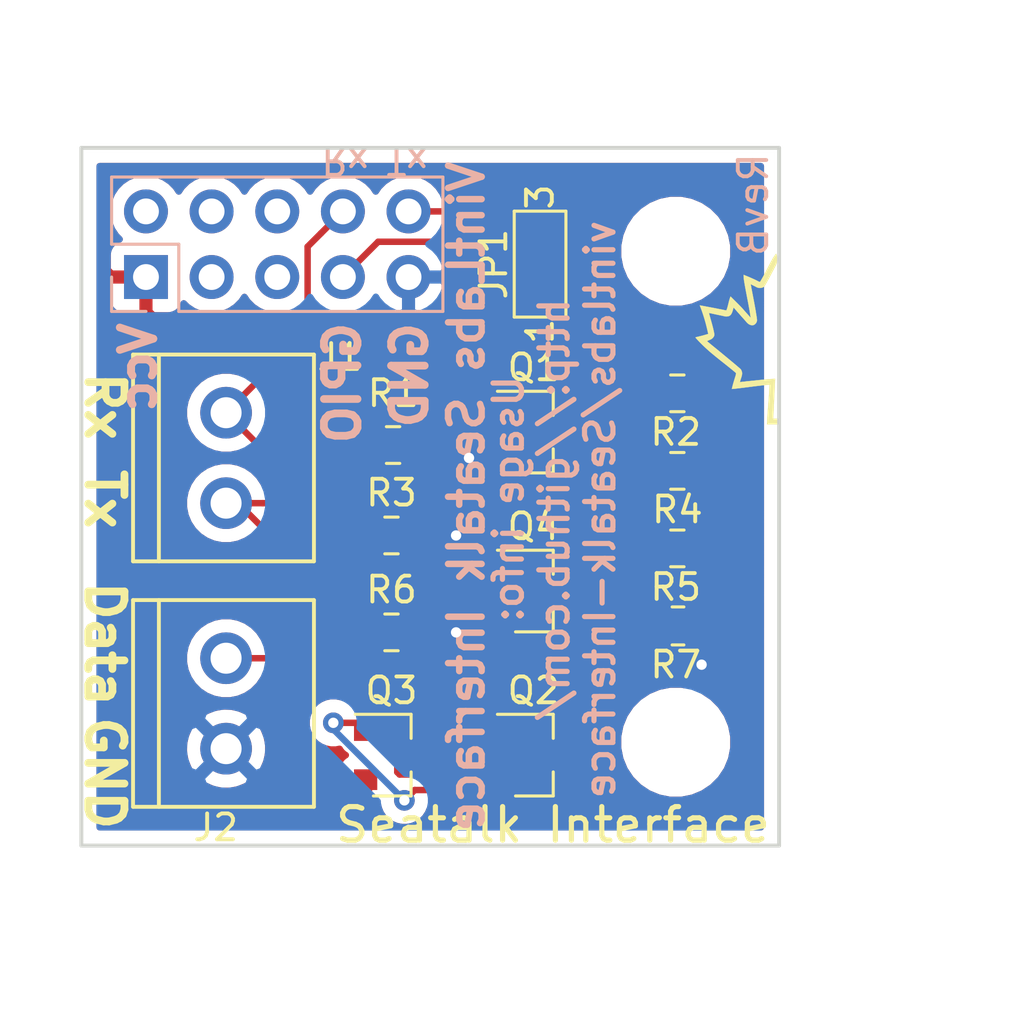
<source format=kicad_pcb>
(kicad_pcb (version 20171130) (host pcbnew 5.1.8)

  (general
    (thickness 1.6)
    (drawings 17)
    (tracks 77)
    (zones 0)
    (modules 18)
    (nets 18)
  )

  (page A4)
  (layers
    (0 F.Cu signal)
    (31 B.Cu signal)
    (32 B.Adhes user)
    (33 F.Adhes user)
    (34 B.Paste user)
    (35 F.Paste user)
    (36 B.SilkS user)
    (37 F.SilkS user)
    (38 B.Mask user)
    (39 F.Mask user)
    (40 Dwgs.User user)
    (41 Cmts.User user)
    (42 Eco1.User user)
    (43 Eco2.User user)
    (44 Edge.Cuts user)
    (45 Margin user)
    (46 B.CrtYd user)
    (47 F.CrtYd user)
    (48 B.Fab user)
    (49 F.Fab user)
  )

  (setup
    (last_trace_width 0.25)
    (trace_clearance 0.2)
    (zone_clearance 0.508)
    (zone_45_only no)
    (trace_min 0.2)
    (via_size 0.8)
    (via_drill 0.4)
    (via_min_size 0.4)
    (via_min_drill 0.3)
    (uvia_size 0.3)
    (uvia_drill 0.1)
    (uvias_allowed no)
    (uvia_min_size 0.2)
    (uvia_min_drill 0.1)
    (edge_width 0.15)
    (segment_width 0.2)
    (pcb_text_width 0.3)
    (pcb_text_size 1.5 1.5)
    (mod_edge_width 0.15)
    (mod_text_size 1 1)
    (mod_text_width 0.15)
    (pad_size 1.524 1.524)
    (pad_drill 0.762)
    (pad_to_mask_clearance 0.051)
    (solder_mask_min_width 0.25)
    (aux_axis_origin 0 0)
    (visible_elements FFFFFF7F)
    (pcbplotparams
      (layerselection 0x010fc_ffffffff)
      (usegerberextensions false)
      (usegerberattributes false)
      (usegerberadvancedattributes false)
      (creategerberjobfile false)
      (excludeedgelayer true)
      (linewidth 0.100000)
      (plotframeref false)
      (viasonmask false)
      (mode 1)
      (useauxorigin false)
      (hpglpennumber 1)
      (hpglpenspeed 20)
      (hpglpendiameter 15.000000)
      (psnegative false)
      (psa4output false)
      (plotreference true)
      (plotvalue true)
      (plotinvisibletext false)
      (padsonsilk false)
      (subtractmaskfromsilk false)
      (outputformat 1)
      (mirror false)
      (drillshape 1)
      (scaleselection 1)
      (outputdirectory ""))
  )

  (net 0 "")
  (net 1 "Net-(Q1-Pad1)")
  (net 2 "Net-(Q1-Pad3)")
  (net 3 Rx)
  (net 4 VCC)
  (net 5 "Net-(Q4-Pad2)")
  (net 6 GND)
  (net 7 "Net-(Q2-Pad1)")
  (net 8 "Net-(Q2-Pad2)")
  (net 9 SeatalkData)
  (net 10 Tx)
  (net 11 "Net-(J3-Pad2)")
  (net 12 "Net-(J3-Pad3)")
  (net 13 "Net-(J3-Pad6)")
  (net 14 GPIO)
  (net 15 toRx)
  (net 16 "Net-(J3-Pad4)")
  (net 17 "Net-(J3-Pad5)")

  (net_class Default "This is the default net class."
    (clearance 0.2)
    (trace_width 0.25)
    (via_dia 0.8)
    (via_drill 0.4)
    (uvia_dia 0.3)
    (uvia_drill 0.1)
    (add_net GND)
    (add_net GPIO)
    (add_net "Net-(J3-Pad2)")
    (add_net "Net-(J3-Pad3)")
    (add_net "Net-(J3-Pad4)")
    (add_net "Net-(J3-Pad5)")
    (add_net "Net-(J3-Pad6)")
    (add_net "Net-(Q1-Pad1)")
    (add_net "Net-(Q1-Pad3)")
    (add_net "Net-(Q2-Pad1)")
    (add_net "Net-(Q2-Pad2)")
    (add_net "Net-(Q4-Pad2)")
    (add_net Rx)
    (add_net SeatalkData)
    (add_net Tx)
    (add_net VCC)
    (add_net toRx)
  )

  (module Resistor_SMD:R_0805_2012Metric (layer F.Cu) (tedit 5F68FEEE) (tstamp 5FBC657D)
    (at 130.0875 87.5)
    (descr "Resistor SMD 0805 (2012 Metric), square (rectangular) end terminal, IPC_7351 nominal, (Body size source: IPC-SM-782 page 72, https://www.pcb-3d.com/wordpress/wp-content/uploads/ipc-sm-782a_amendment_1_and_2.pdf), generated with kicad-footprint-generator")
    (tags resistor)
    (path /5FB44CAB)
    (attr smd)
    (fp_text reference R7 (at -0.0875 1.5) (layer F.SilkS)
      (effects (font (size 1 1) (thickness 0.15)))
    )
    (fp_text value 10k (at 0 1.65) (layer F.Fab)
      (effects (font (size 1 1) (thickness 0.15)))
    )
    (fp_text user %R (at 0 0) (layer F.Fab)
      (effects (font (size 0.5 0.5) (thickness 0.08)))
    )
    (fp_line (start -1 0.625) (end -1 -0.625) (layer F.Fab) (width 0.1))
    (fp_line (start -1 -0.625) (end 1 -0.625) (layer F.Fab) (width 0.1))
    (fp_line (start 1 -0.625) (end 1 0.625) (layer F.Fab) (width 0.1))
    (fp_line (start 1 0.625) (end -1 0.625) (layer F.Fab) (width 0.1))
    (fp_line (start -0.227064 -0.735) (end 0.227064 -0.735) (layer F.SilkS) (width 0.12))
    (fp_line (start -0.227064 0.735) (end 0.227064 0.735) (layer F.SilkS) (width 0.12))
    (fp_line (start -1.68 0.95) (end -1.68 -0.95) (layer F.CrtYd) (width 0.05))
    (fp_line (start -1.68 -0.95) (end 1.68 -0.95) (layer F.CrtYd) (width 0.05))
    (fp_line (start 1.68 -0.95) (end 1.68 0.95) (layer F.CrtYd) (width 0.05))
    (fp_line (start 1.68 0.95) (end -1.68 0.95) (layer F.CrtYd) (width 0.05))
    (pad 2 smd roundrect (at 0.9125 0) (size 1.025 1.4) (layers F.Cu F.Paste F.Mask) (roundrect_rratio 0.243902)
      (net 6 GND))
    (pad 1 smd roundrect (at -0.9125 0) (size 1.025 1.4) (layers F.Cu F.Paste F.Mask) (roundrect_rratio 0.243902)
      (net 8 "Net-(Q2-Pad2)"))
    (model ${KISYS3DMOD}/Resistor_SMD.3dshapes/R_0805_2012Metric.wrl
      (at (xyz 0 0 0))
      (scale (xyz 1 1 1))
      (rotate (xyz 0 0 0))
    )
  )

  (module Jumper:SolderJumper-3_P1.3mm_Bridged2Bar12_Pad1.0x1.5mm_NumberLabels (layer F.Cu) (tedit 5B39184F) (tstamp 5F7028A8)
    (at 124.75 73.5 90)
    (descr "SMD Solder Jumper, 1x1.5mm Pads, 0.3mm gap, pads 1-2 Bridged2Bar with 2 copper strip, labeled with numbers")
    (tags "solder jumper open")
    (path /5F366E0F)
    (attr virtual)
    (fp_text reference JP1 (at 0 -1.8 90) (layer F.SilkS)
      (effects (font (size 1 1) (thickness 0.15)))
    )
    (fp_text value SolderJumper_3_Bridged12 (at 0 1.9 90) (layer F.Fab)
      (effects (font (size 1 1) (thickness 0.15)))
    )
    (fp_line (start 2.3 1.25) (end -2.3 1.25) (layer F.CrtYd) (width 0.05))
    (fp_line (start 2.3 1.25) (end 2.3 -1.25) (layer F.CrtYd) (width 0.05))
    (fp_line (start -2.3 -1.25) (end -2.3 1.25) (layer F.CrtYd) (width 0.05))
    (fp_line (start -2.3 -1.25) (end 2.3 -1.25) (layer F.CrtYd) (width 0.05))
    (fp_line (start -2.05 -1) (end 2.05 -1) (layer F.SilkS) (width 0.12))
    (fp_line (start 2.05 -1) (end 2.05 1) (layer F.SilkS) (width 0.12))
    (fp_line (start 2.05 1) (end -2.05 1) (layer F.SilkS) (width 0.12))
    (fp_line (start -2.05 1) (end -2.05 -1) (layer F.SilkS) (width 0.12))
    (fp_text user 3 (at 2.6 0 90) (layer F.SilkS)
      (effects (font (size 1 1) (thickness 0.15)))
    )
    (fp_text user 1 (at -2.6 0 90) (layer F.SilkS)
      (effects (font (size 1 1) (thickness 0.15)))
    )
    (pad 1 smd custom (at -1.3 0 90) (size 1 1.5) (layers F.Cu F.Mask)
      (net 14 GPIO)
      (options (clearance outline) (anchor rect))
      (primitives
        (gr_poly (pts
           (xy 0.4 0.2) (xy 0.9 0.2) (xy 0.9 0.6) (xy 0.4 0.6)) (width 0))
        (gr_poly (pts
           (xy 0.4 -0.6) (xy 0.9 -0.6) (xy 0.9 -0.2) (xy 0.4 -0.2)) (width 0))
      ))
    (pad 3 smd rect (at 1.3 0 90) (size 1 1.5) (layers F.Cu F.Mask)
      (net 15 toRx))
    (pad 2 smd rect (at 0 0 90) (size 1 1.5) (layers F.Cu F.Mask)
      (net 10 Tx))
  )

  (module MountingHole:MountingHole_3.2mm_M3_ISO14580 locked (layer F.Cu) (tedit 5F355644) (tstamp 5F6493A9)
    (at 130 92)
    (descr "Mounting Hole 3.2mm, no annular, M3, ISO14580")
    (tags "mounting hole 3.2mm no annular m3 iso14580")
    (attr virtual)
    (fp_text reference REF** (at 0 -3.75) (layer F.SilkS) hide
      (effects (font (size 1 1) (thickness 0.15)))
    )
    (fp_text value MountingHole_3.2mm_M3_ISO14580 (at 0 3.75) (layer F.Fab)
      (effects (font (size 1 1) (thickness 0.15)))
    )
    (fp_circle (center 0 0) (end 3 0) (layer F.CrtYd) (width 0.05))
    (fp_circle (center 0 0) (end 2.75 0) (layer Cmts.User) (width 0.15))
    (fp_text user %R (at 0.3 0) (layer F.Fab)
      (effects (font (size 1 1) (thickness 0.15)))
    )
    (pad 1 np_thru_hole circle (at 0 0) (size 3.2 3.2) (drill 3.2) (layers *.Cu *.Mask))
  )

  (module Connector_PinSocket_2.54mm:PinSocket_2x05_P2.54mm_Vertical (layer B.Cu) (tedit 5F356076) (tstamp 5F64828B)
    (at 109.5 74 270)
    (descr "Through hole straight socket strip, 2x05, 2.54mm pitch, double cols (from Kicad 4.0.7), script generated")
    (tags "Through hole socket strip THT 2x05 2.54mm double row")
    (path /5F368FC3)
    (fp_text reference J3 (at -1.27 2.77) (layer B.SilkS) hide
      (effects (font (size 1 1) (thickness 0.15)) (justify mirror))
    )
    (fp_text value Conn_02x05_Odd_Even (at -1.27 -12.93 270) (layer B.Fab)
      (effects (font (size 1 1) (thickness 0.15)) (justify mirror))
    )
    (fp_line (start -4.34 -11.9) (end -4.34 1.8) (layer B.CrtYd) (width 0.05))
    (fp_line (start 1.76 -11.9) (end -4.34 -11.9) (layer B.CrtYd) (width 0.05))
    (fp_line (start 1.76 1.8) (end 1.76 -11.9) (layer B.CrtYd) (width 0.05))
    (fp_line (start -4.34 1.8) (end 1.76 1.8) (layer B.CrtYd) (width 0.05))
    (fp_line (start 0 1.33) (end 1.33 1.33) (layer B.SilkS) (width 0.12))
    (fp_line (start 1.33 1.33) (end 1.33 0) (layer B.SilkS) (width 0.12))
    (fp_line (start -1.27 1.33) (end -1.27 -1.27) (layer B.SilkS) (width 0.12))
    (fp_line (start -1.27 -1.27) (end 1.33 -1.27) (layer B.SilkS) (width 0.12))
    (fp_line (start 1.33 -1.27) (end 1.33 -11.49) (layer B.SilkS) (width 0.12))
    (fp_line (start -3.87 -11.49) (end 1.33 -11.49) (layer B.SilkS) (width 0.12))
    (fp_line (start -3.87 1.33) (end -3.87 -11.49) (layer B.SilkS) (width 0.12))
    (fp_line (start -3.87 1.33) (end -1.27 1.33) (layer B.SilkS) (width 0.12))
    (fp_line (start -3.81 -11.43) (end -3.81 1.27) (layer B.Fab) (width 0.1))
    (fp_line (start 1.27 -11.43) (end -3.81 -11.43) (layer B.Fab) (width 0.1))
    (fp_line (start 1.27 0.27) (end 1.27 -11.43) (layer B.Fab) (width 0.1))
    (fp_line (start 0.27 1.27) (end 1.27 0.27) (layer B.Fab) (width 0.1))
    (fp_line (start -3.81 1.27) (end 0.27 1.27) (layer B.Fab) (width 0.1))
    (fp_text user %R (at -1.27 -5.08 180) (layer B.Fab)
      (effects (font (size 1 1) (thickness 0.15)) (justify mirror))
    )
    (pad 1 thru_hole rect (at 0 0 270) (size 1.7 1.7) (drill 1) (layers *.Cu *.Mask)
      (net 4 VCC))
    (pad 2 thru_hole oval (at -2.54 0 270) (size 1.7 1.7) (drill 1) (layers *.Cu *.Mask)
      (net 11 "Net-(J3-Pad2)"))
    (pad 3 thru_hole oval (at 0 -2.54 270) (size 1.7 1.7) (drill 1) (layers *.Cu *.Mask)
      (net 12 "Net-(J3-Pad3)"))
    (pad 4 thru_hole oval (at -2.54 -2.54 270) (size 1.7 1.7) (drill 1) (layers *.Cu *.Mask)
      (net 16 "Net-(J3-Pad4)"))
    (pad 5 thru_hole oval (at 0 -5.08 270) (size 1.7 1.7) (drill 1) (layers *.Cu *.Mask)
      (net 17 "Net-(J3-Pad5)"))
    (pad 6 thru_hole oval (at -2.54 -5.08 270) (size 1.7 1.7) (drill 1) (layers *.Cu *.Mask)
      (net 13 "Net-(J3-Pad6)"))
    (pad 7 thru_hole oval (at 0 -7.62 270) (size 1.7 1.7) (drill 1) (layers *.Cu *.Mask)
      (net 14 GPIO))
    (pad 8 thru_hole oval (at -2.54 -7.62 270) (size 1.7 1.7) (drill 1) (layers *.Cu *.Mask)
      (net 3 Rx))
    (pad 9 thru_hole oval (at 0 -10.16 270) (size 1.7 1.7) (drill 1) (layers *.Cu *.Mask)
      (net 6 GND))
    (pad 10 thru_hole oval (at -2.54 -10.16 270) (size 1.7 1.7) (drill 1) (layers *.Cu *.Mask)
      (net 15 toRx))
    (model ${KISYS3DMOD}/Connector_PinSocket_2.54mm.3dshapes/PinSocket_2x05_P2.54mm_Vertical.wrl
      (at (xyz 0 0 0))
      (scale (xyz 1 1 1))
      (rotate (xyz 0 0 0))
    )
  )

  (module "Sealtalk-Interface:SCREW TERMINAL BLOCK 3.5MM 2POS" (layer F.Cu) (tedit 5BE89338) (tstamp 5F4D659D)
    (at 109 90.5 270)
    (path /5F362C16)
    (fp_text reference J2 (at 4.8 -3.2) (layer F.SilkS)
      (effects (font (size 1 1) (thickness 0.15)))
    )
    (fp_text value Screw_Terminal_01x02 (at 0.2 2 270) (layer F.Fab)
      (effects (font (size 1 1) (thickness 0.15)))
    )
    (fp_line (start 4 -1) (end -4 -1) (layer F.SilkS) (width 0.15))
    (fp_circle (center -1.75 -3.6) (end -0.45 -3.6) (layer Dwgs.User) (width 0.15))
    (fp_circle (center 1.75 -3.6) (end 3.05 -3.6) (layer Dwgs.User) (width 0.15))
    (fp_line (start 4 0) (end -4 0) (layer F.SilkS) (width 0.15))
    (fp_line (start -4 -7) (end 4 -7) (layer F.SilkS) (width 0.15))
    (fp_line (start -4 -7) (end -4 0) (layer F.SilkS) (width 0.15))
    (fp_line (start 4 -7) (end 4 0) (layer F.SilkS) (width 0.15))
    (fp_text user "OST - Digikey part # ED2740" (at 0.5 4.3 270) (layer F.Fab)
      (effects (font (size 1 1) (thickness 0.15)))
    )
    (pad 1 thru_hole circle (at -1.75 -3.6 270) (size 2 2) (drill 1.2) (layers *.Cu *.Mask)
      (net 9 SeatalkData))
    (pad 2 thru_hole circle (at 1.75 -3.6 270) (size 2 2) (drill 1.2) (layers *.Cu *.Mask)
      (net 6 GND))
  )

  (module "Sealtalk-Interface:SCREW TERMINAL BLOCK 3.5MM 2POS" (layer F.Cu) (tedit 5BE89338) (tstamp 5F4D6583)
    (at 109 81 270)
    (path /5F362BB5)
    (fp_text reference J1 (at -3.9 -8) (layer F.SilkS)
      (effects (font (size 1 1) (thickness 0.15)))
    )
    (fp_text value Screw_Terminal_01x02 (at 0.2 2 270) (layer F.Fab)
      (effects (font (size 1 1) (thickness 0.15)))
    )
    (fp_line (start 4 -7) (end 4 0) (layer F.SilkS) (width 0.15))
    (fp_line (start -4 -7) (end -4 0) (layer F.SilkS) (width 0.15))
    (fp_line (start -4 -7) (end 4 -7) (layer F.SilkS) (width 0.15))
    (fp_line (start 4 0) (end -4 0) (layer F.SilkS) (width 0.15))
    (fp_circle (center 1.75 -3.6) (end 3.05 -3.6) (layer Dwgs.User) (width 0.15))
    (fp_circle (center -1.75 -3.6) (end -0.45 -3.6) (layer Dwgs.User) (width 0.15))
    (fp_line (start 4 -1) (end -4 -1) (layer F.SilkS) (width 0.15))
    (fp_text user "OST - Digikey part # ED2740" (at 0.5 4.3 270) (layer F.Fab)
      (effects (font (size 1 1) (thickness 0.15)))
    )
    (pad 2 thru_hole circle (at 1.75 -3.6 270) (size 2 2) (drill 1.2) (layers *.Cu *.Mask)
      (net 10 Tx))
    (pad 1 thru_hole circle (at -1.75 -3.6 270) (size 2 2) (drill 1.2) (layers *.Cu *.Mask)
      (net 3 Rx))
  )

  (module Resistor_SMD:R_0805_2012Metric (layer F.Cu) (tedit 5B36C52B) (tstamp 5F41C450)
    (at 119 87.75)
    (descr "Resistor SMD 0805 (2012 Metric), square (rectangular) end terminal, IPC_7351 nominal, (Body size source: https://docs.google.com/spreadsheets/d/1BsfQQcO9C6DZCsRaXUlFlo91Tg2WpOkGARC1WS5S8t0/edit?usp=sharing), generated with kicad-footprint-generator")
    (tags resistor)
    (path /5F360294)
    (attr smd)
    (fp_text reference R6 (at 0 -1.65) (layer F.SilkS)
      (effects (font (size 1 1) (thickness 0.15)))
    )
    (fp_text value 1k (at 0 1.65) (layer F.Fab)
      (effects (font (size 1 1) (thickness 0.15)))
    )
    (fp_line (start 1.68 0.95) (end -1.68 0.95) (layer F.CrtYd) (width 0.05))
    (fp_line (start 1.68 -0.95) (end 1.68 0.95) (layer F.CrtYd) (width 0.05))
    (fp_line (start -1.68 -0.95) (end 1.68 -0.95) (layer F.CrtYd) (width 0.05))
    (fp_line (start -1.68 0.95) (end -1.68 -0.95) (layer F.CrtYd) (width 0.05))
    (fp_line (start -0.258578 0.71) (end 0.258578 0.71) (layer F.SilkS) (width 0.12))
    (fp_line (start -0.258578 -0.71) (end 0.258578 -0.71) (layer F.SilkS) (width 0.12))
    (fp_line (start 1 0.6) (end -1 0.6) (layer F.Fab) (width 0.1))
    (fp_line (start 1 -0.6) (end 1 0.6) (layer F.Fab) (width 0.1))
    (fp_line (start -1 -0.6) (end 1 -0.6) (layer F.Fab) (width 0.1))
    (fp_line (start -1 0.6) (end -1 -0.6) (layer F.Fab) (width 0.1))
    (fp_text user %R (at 0 0) (layer F.Fab)
      (effects (font (size 0.5 0.5) (thickness 0.08)))
    )
    (pad 1 smd roundrect (at -0.9375 0) (size 0.975 1.4) (layers F.Cu F.Paste F.Mask) (roundrect_rratio 0.25)
      (net 10 Tx))
    (pad 2 smd roundrect (at 0.9375 0) (size 0.975 1.4) (layers F.Cu F.Paste F.Mask) (roundrect_rratio 0.25)
      (net 6 GND))
    (model ${KISYS3DMOD}/Resistor_SMD.3dshapes/R_0805_2012Metric.wrl
      (at (xyz 0 0 0))
      (scale (xyz 1 1 1))
      (rotate (xyz 0 0 0))
    )
  )

  (module Package_TO_SOT_SMD:SOT-23 (layer F.Cu) (tedit 5A02FF57) (tstamp 5F41BC63)
    (at 124.5 86.15)
    (descr "SOT-23, Standard")
    (tags SOT-23)
    (path /5F35F41A)
    (attr smd)
    (fp_text reference Q4 (at 0 -2.5) (layer F.SilkS)
      (effects (font (size 1 1) (thickness 0.15)))
    )
    (fp_text value MMBT2222A (at 0 2.5) (layer F.Fab)
      (effects (font (size 1 1) (thickness 0.15)))
    )
    (fp_line (start 0.76 1.58) (end -0.7 1.58) (layer F.SilkS) (width 0.12))
    (fp_line (start 0.76 -1.58) (end -1.4 -1.58) (layer F.SilkS) (width 0.12))
    (fp_line (start -1.7 1.75) (end -1.7 -1.75) (layer F.CrtYd) (width 0.05))
    (fp_line (start 1.7 1.75) (end -1.7 1.75) (layer F.CrtYd) (width 0.05))
    (fp_line (start 1.7 -1.75) (end 1.7 1.75) (layer F.CrtYd) (width 0.05))
    (fp_line (start -1.7 -1.75) (end 1.7 -1.75) (layer F.CrtYd) (width 0.05))
    (fp_line (start 0.76 -1.58) (end 0.76 -0.65) (layer F.SilkS) (width 0.12))
    (fp_line (start 0.76 1.58) (end 0.76 0.65) (layer F.SilkS) (width 0.12))
    (fp_line (start -0.7 1.52) (end 0.7 1.52) (layer F.Fab) (width 0.1))
    (fp_line (start 0.7 -1.52) (end 0.7 1.52) (layer F.Fab) (width 0.1))
    (fp_line (start -0.7 -0.95) (end -0.15 -1.52) (layer F.Fab) (width 0.1))
    (fp_line (start -0.15 -1.52) (end 0.7 -1.52) (layer F.Fab) (width 0.1))
    (fp_line (start -0.7 -0.95) (end -0.7 1.5) (layer F.Fab) (width 0.1))
    (fp_text user %R (at 0 0 90) (layer F.Fab)
      (effects (font (size 0.5 0.5) (thickness 0.075)))
    )
    (pad 1 smd rect (at -1 -0.95) (size 0.9 0.8) (layers F.Cu F.Paste F.Mask)
      (net 2 "Net-(Q1-Pad3)"))
    (pad 2 smd rect (at -1 0.95) (size 0.9 0.8) (layers F.Cu F.Paste F.Mask)
      (net 5 "Net-(Q4-Pad2)"))
    (pad 3 smd rect (at 1 0) (size 0.9 0.8) (layers F.Cu F.Paste F.Mask)
      (net 9 SeatalkData))
    (model ${KISYS3DMOD}/Package_TO_SOT_SMD.3dshapes/SOT-23.wrl
      (at (xyz 0 0 0))
      (scale (xyz 1 1 1))
      (rotate (xyz 0 0 0))
    )
  )

  (module Package_TO_SOT_SMD:SOT-23 (layer F.Cu) (tedit 5A02FF57) (tstamp 5F41BC4E)
    (at 119 92.5)
    (descr "SOT-23, Standard")
    (tags SOT-23)
    (path /5F35F9A5)
    (attr smd)
    (fp_text reference Q3 (at 0 -2.5) (layer F.SilkS)
      (effects (font (size 1 1) (thickness 0.15)))
    )
    (fp_text value MMBT2907A (at 0 2.5) (layer F.Fab)
      (effects (font (size 1 1) (thickness 0.15)))
    )
    (fp_line (start -0.7 -0.95) (end -0.7 1.5) (layer F.Fab) (width 0.1))
    (fp_line (start -0.15 -1.52) (end 0.7 -1.52) (layer F.Fab) (width 0.1))
    (fp_line (start -0.7 -0.95) (end -0.15 -1.52) (layer F.Fab) (width 0.1))
    (fp_line (start 0.7 -1.52) (end 0.7 1.52) (layer F.Fab) (width 0.1))
    (fp_line (start -0.7 1.52) (end 0.7 1.52) (layer F.Fab) (width 0.1))
    (fp_line (start 0.76 1.58) (end 0.76 0.65) (layer F.SilkS) (width 0.12))
    (fp_line (start 0.76 -1.58) (end 0.76 -0.65) (layer F.SilkS) (width 0.12))
    (fp_line (start -1.7 -1.75) (end 1.7 -1.75) (layer F.CrtYd) (width 0.05))
    (fp_line (start 1.7 -1.75) (end 1.7 1.75) (layer F.CrtYd) (width 0.05))
    (fp_line (start 1.7 1.75) (end -1.7 1.75) (layer F.CrtYd) (width 0.05))
    (fp_line (start -1.7 1.75) (end -1.7 -1.75) (layer F.CrtYd) (width 0.05))
    (fp_line (start 0.76 -1.58) (end -1.4 -1.58) (layer F.SilkS) (width 0.12))
    (fp_line (start 0.76 1.58) (end -0.7 1.58) (layer F.SilkS) (width 0.12))
    (fp_text user %R (at 0 0 90) (layer F.Fab)
      (effects (font (size 0.5 0.5) (thickness 0.075)))
    )
    (pad 3 smd rect (at 1 0) (size 0.9 0.8) (layers F.Cu F.Paste F.Mask)
      (net 10 Tx))
    (pad 2 smd rect (at -1 0.95) (size 0.9 0.8) (layers F.Cu F.Paste F.Mask)
      (net 4 VCC))
    (pad 1 smd rect (at -1 -0.95) (size 0.9 0.8) (layers F.Cu F.Paste F.Mask)
      (net 8 "Net-(Q2-Pad2)"))
    (model ${KISYS3DMOD}/Package_TO_SOT_SMD.3dshapes/SOT-23.wrl
      (at (xyz 0 0 0))
      (scale (xyz 1 1 1))
      (rotate (xyz 0 0 0))
    )
  )

  (module Package_TO_SOT_SMD:SOT-23 (layer F.Cu) (tedit 5A02FF57) (tstamp 5F41BC39)
    (at 124.5 92.5)
    (descr "SOT-23, Standard")
    (tags SOT-23)
    (path /5F35F87F)
    (attr smd)
    (fp_text reference Q2 (at 0 -2.5) (layer F.SilkS)
      (effects (font (size 1 1) (thickness 0.15)))
    )
    (fp_text value MMBT2222A (at 0 2.5) (layer F.Fab)
      (effects (font (size 1 1) (thickness 0.15)))
    )
    (fp_line (start 0.76 1.58) (end -0.7 1.58) (layer F.SilkS) (width 0.12))
    (fp_line (start 0.76 -1.58) (end -1.4 -1.58) (layer F.SilkS) (width 0.12))
    (fp_line (start -1.7 1.75) (end -1.7 -1.75) (layer F.CrtYd) (width 0.05))
    (fp_line (start 1.7 1.75) (end -1.7 1.75) (layer F.CrtYd) (width 0.05))
    (fp_line (start 1.7 -1.75) (end 1.7 1.75) (layer F.CrtYd) (width 0.05))
    (fp_line (start -1.7 -1.75) (end 1.7 -1.75) (layer F.CrtYd) (width 0.05))
    (fp_line (start 0.76 -1.58) (end 0.76 -0.65) (layer F.SilkS) (width 0.12))
    (fp_line (start 0.76 1.58) (end 0.76 0.65) (layer F.SilkS) (width 0.12))
    (fp_line (start -0.7 1.52) (end 0.7 1.52) (layer F.Fab) (width 0.1))
    (fp_line (start 0.7 -1.52) (end 0.7 1.52) (layer F.Fab) (width 0.1))
    (fp_line (start -0.7 -0.95) (end -0.15 -1.52) (layer F.Fab) (width 0.1))
    (fp_line (start -0.15 -1.52) (end 0.7 -1.52) (layer F.Fab) (width 0.1))
    (fp_line (start -0.7 -0.95) (end -0.7 1.5) (layer F.Fab) (width 0.1))
    (fp_text user %R (at 0 0 90) (layer F.Fab)
      (effects (font (size 0.5 0.5) (thickness 0.075)))
    )
    (pad 1 smd rect (at -1 -0.95) (size 0.9 0.8) (layers F.Cu F.Paste F.Mask)
      (net 7 "Net-(Q2-Pad1)"))
    (pad 2 smd rect (at -1 0.95) (size 0.9 0.8) (layers F.Cu F.Paste F.Mask)
      (net 8 "Net-(Q2-Pad2)"))
    (pad 3 smd rect (at 1 0) (size 0.9 0.8) (layers F.Cu F.Paste F.Mask)
      (net 4 VCC))
    (model ${KISYS3DMOD}/Package_TO_SOT_SMD.3dshapes/SOT-23.wrl
      (at (xyz 0 0 0))
      (scale (xyz 1 1 1))
      (rotate (xyz 0 0 0))
    )
  )

  (module Resistor_SMD:R_0805_2012Metric (layer F.Cu) (tedit 5B36C52B) (tstamp 5F41BBFC)
    (at 130.0625 84.5 180)
    (descr "Resistor SMD 0805 (2012 Metric), square (rectangular) end terminal, IPC_7351 nominal, (Body size source: https://docs.google.com/spreadsheets/d/1BsfQQcO9C6DZCsRaXUlFlo91Tg2WpOkGARC1WS5S8t0/edit?usp=sharing), generated with kicad-footprint-generator")
    (tags resistor)
    (path /5F35F7D9)
    (attr smd)
    (fp_text reference R5 (at 0.0625 -1.5 180) (layer F.SilkS)
      (effects (font (size 1 1) (thickness 0.15)))
    )
    (fp_text value 2k2 (at 0 1.65 180) (layer F.Fab)
      (effects (font (size 1 1) (thickness 0.15)))
    )
    (fp_line (start -1 0.6) (end -1 -0.6) (layer F.Fab) (width 0.1))
    (fp_line (start -1 -0.6) (end 1 -0.6) (layer F.Fab) (width 0.1))
    (fp_line (start 1 -0.6) (end 1 0.6) (layer F.Fab) (width 0.1))
    (fp_line (start 1 0.6) (end -1 0.6) (layer F.Fab) (width 0.1))
    (fp_line (start -0.258578 -0.71) (end 0.258578 -0.71) (layer F.SilkS) (width 0.12))
    (fp_line (start -0.258578 0.71) (end 0.258578 0.71) (layer F.SilkS) (width 0.12))
    (fp_line (start -1.68 0.95) (end -1.68 -0.95) (layer F.CrtYd) (width 0.05))
    (fp_line (start -1.68 -0.95) (end 1.68 -0.95) (layer F.CrtYd) (width 0.05))
    (fp_line (start 1.68 -0.95) (end 1.68 0.95) (layer F.CrtYd) (width 0.05))
    (fp_line (start 1.68 0.95) (end -1.68 0.95) (layer F.CrtYd) (width 0.05))
    (fp_text user %R (at 0 0 180) (layer F.Fab)
      (effects (font (size 0.5 0.5) (thickness 0.08)))
    )
    (pad 2 smd roundrect (at 0.9375 0 180) (size 0.975 1.4) (layers F.Cu F.Paste F.Mask) (roundrect_rratio 0.25)
      (net 7 "Net-(Q2-Pad1)"))
    (pad 1 smd roundrect (at -0.9375 0 180) (size 0.975 1.4) (layers F.Cu F.Paste F.Mask) (roundrect_rratio 0.25)
      (net 4 VCC))
    (model ${KISYS3DMOD}/Resistor_SMD.3dshapes/R_0805_2012Metric.wrl
      (at (xyz 0 0 0))
      (scale (xyz 1 1 1))
      (rotate (xyz 0 0 0))
    )
  )

  (module Resistor_SMD:R_0805_2012Metric (layer F.Cu) (tedit 5B36C52B) (tstamp 5F41BBEB)
    (at 130.0625 81.5 180)
    (descr "Resistor SMD 0805 (2012 Metric), square (rectangular) end terminal, IPC_7351 nominal, (Body size source: https://docs.google.com/spreadsheets/d/1BsfQQcO9C6DZCsRaXUlFlo91Tg2WpOkGARC1WS5S8t0/edit?usp=sharing), generated with kicad-footprint-generator")
    (tags resistor)
    (path /5F35F78E)
    (attr smd)
    (fp_text reference R4 (at 0 -1.5 180) (layer F.SilkS)
      (effects (font (size 1 1) (thickness 0.15)))
    )
    (fp_text value 10k (at 0 1.65 180) (layer F.Fab)
      (effects (font (size 1 1) (thickness 0.15)))
    )
    (fp_line (start 1.68 0.95) (end -1.68 0.95) (layer F.CrtYd) (width 0.05))
    (fp_line (start 1.68 -0.95) (end 1.68 0.95) (layer F.CrtYd) (width 0.05))
    (fp_line (start -1.68 -0.95) (end 1.68 -0.95) (layer F.CrtYd) (width 0.05))
    (fp_line (start -1.68 0.95) (end -1.68 -0.95) (layer F.CrtYd) (width 0.05))
    (fp_line (start -0.258578 0.71) (end 0.258578 0.71) (layer F.SilkS) (width 0.12))
    (fp_line (start -0.258578 -0.71) (end 0.258578 -0.71) (layer F.SilkS) (width 0.12))
    (fp_line (start 1 0.6) (end -1 0.6) (layer F.Fab) (width 0.1))
    (fp_line (start 1 -0.6) (end 1 0.6) (layer F.Fab) (width 0.1))
    (fp_line (start -1 -0.6) (end 1 -0.6) (layer F.Fab) (width 0.1))
    (fp_line (start -1 0.6) (end -1 -0.6) (layer F.Fab) (width 0.1))
    (fp_text user %R (at 0 0 180) (layer F.Fab)
      (effects (font (size 0.5 0.5) (thickness 0.08)))
    )
    (pad 1 smd roundrect (at -0.9375 0 180) (size 0.975 1.4) (layers F.Cu F.Paste F.Mask) (roundrect_rratio 0.25)
      (net 7 "Net-(Q2-Pad1)"))
    (pad 2 smd roundrect (at 0.9375 0 180) (size 0.975 1.4) (layers F.Cu F.Paste F.Mask) (roundrect_rratio 0.25)
      (net 9 SeatalkData))
    (model ${KISYS3DMOD}/Resistor_SMD.3dshapes/R_0805_2012Metric.wrl
      (at (xyz 0 0 0))
      (scale (xyz 1 1 1))
      (rotate (xyz 0 0 0))
    )
  )

  (module Package_TO_SOT_SMD:SOT-23 (layer F.Cu) (tedit 5A02FF57) (tstamp 5F41B7B2)
    (at 124.5 80)
    (descr "SOT-23, Standard")
    (tags SOT-23)
    (path /5F35F31E)
    (attr smd)
    (fp_text reference Q1 (at 0 -2.5) (layer F.SilkS)
      (effects (font (size 1 1) (thickness 0.15)))
    )
    (fp_text value MMBT2222A (at 0 2.5) (layer F.Fab)
      (effects (font (size 1 1) (thickness 0.15)))
    )
    (fp_line (start 0.76 1.58) (end -0.7 1.58) (layer F.SilkS) (width 0.12))
    (fp_line (start 0.76 -1.58) (end -1.4 -1.58) (layer F.SilkS) (width 0.12))
    (fp_line (start -1.7 1.75) (end -1.7 -1.75) (layer F.CrtYd) (width 0.05))
    (fp_line (start 1.7 1.75) (end -1.7 1.75) (layer F.CrtYd) (width 0.05))
    (fp_line (start 1.7 -1.75) (end 1.7 1.75) (layer F.CrtYd) (width 0.05))
    (fp_line (start -1.7 -1.75) (end 1.7 -1.75) (layer F.CrtYd) (width 0.05))
    (fp_line (start 0.76 -1.58) (end 0.76 -0.65) (layer F.SilkS) (width 0.12))
    (fp_line (start 0.76 1.58) (end 0.76 0.65) (layer F.SilkS) (width 0.12))
    (fp_line (start -0.7 1.52) (end 0.7 1.52) (layer F.Fab) (width 0.1))
    (fp_line (start 0.7 -1.52) (end 0.7 1.52) (layer F.Fab) (width 0.1))
    (fp_line (start -0.7 -0.95) (end -0.15 -1.52) (layer F.Fab) (width 0.1))
    (fp_line (start -0.15 -1.52) (end 0.7 -1.52) (layer F.Fab) (width 0.1))
    (fp_line (start -0.7 -0.95) (end -0.7 1.5) (layer F.Fab) (width 0.1))
    (fp_text user %R (at 0 0 90) (layer F.Fab)
      (effects (font (size 0.5 0.5) (thickness 0.075)))
    )
    (pad 1 smd rect (at -1 -0.95) (size 0.9 0.8) (layers F.Cu F.Paste F.Mask)
      (net 1 "Net-(Q1-Pad1)"))
    (pad 2 smd rect (at -1 0.95) (size 0.9 0.8) (layers F.Cu F.Paste F.Mask)
      (net 6 GND))
    (pad 3 smd rect (at 1 0) (size 0.9 0.8) (layers F.Cu F.Paste F.Mask)
      (net 2 "Net-(Q1-Pad3)"))
    (model ${KISYS3DMOD}/Package_TO_SOT_SMD.3dshapes/SOT-23.wrl
      (at (xyz 0 0 0))
      (scale (xyz 1 1 1))
      (rotate (xyz 0 0 0))
    )
  )

  (module Resistor_SMD:R_0805_2012Metric (layer F.Cu) (tedit 5B36C52B) (tstamp 5F41B79D)
    (at 119 84)
    (descr "Resistor SMD 0805 (2012 Metric), square (rectangular) end terminal, IPC_7351 nominal, (Body size source: https://docs.google.com/spreadsheets/d/1BsfQQcO9C6DZCsRaXUlFlo91Tg2WpOkGARC1WS5S8t0/edit?usp=sharing), generated with kicad-footprint-generator")
    (tags resistor)
    (path /5F353EDB)
    (attr smd)
    (fp_text reference R3 (at 0 -1.65) (layer F.SilkS)
      (effects (font (size 1 1) (thickness 0.15)))
    )
    (fp_text value R (at 0 1.65) (layer F.Fab)
      (effects (font (size 1 1) (thickness 0.15)))
    )
    (fp_line (start 1.68 0.95) (end -1.68 0.95) (layer F.CrtYd) (width 0.05))
    (fp_line (start 1.68 -0.95) (end 1.68 0.95) (layer F.CrtYd) (width 0.05))
    (fp_line (start -1.68 -0.95) (end 1.68 -0.95) (layer F.CrtYd) (width 0.05))
    (fp_line (start -1.68 0.95) (end -1.68 -0.95) (layer F.CrtYd) (width 0.05))
    (fp_line (start -0.258578 0.71) (end 0.258578 0.71) (layer F.SilkS) (width 0.12))
    (fp_line (start -0.258578 -0.71) (end 0.258578 -0.71) (layer F.SilkS) (width 0.12))
    (fp_line (start 1 0.6) (end -1 0.6) (layer F.Fab) (width 0.1))
    (fp_line (start 1 -0.6) (end 1 0.6) (layer F.Fab) (width 0.1))
    (fp_line (start -1 -0.6) (end 1 -0.6) (layer F.Fab) (width 0.1))
    (fp_line (start -1 0.6) (end -1 -0.6) (layer F.Fab) (width 0.1))
    (fp_text user %R (at 0 0) (layer F.Fab)
      (effects (font (size 0.5 0.5) (thickness 0.08)))
    )
    (pad 1 smd roundrect (at -0.9375 0) (size 0.975 1.4) (layers F.Cu F.Paste F.Mask) (roundrect_rratio 0.25)
      (net 5 "Net-(Q4-Pad2)"))
    (pad 2 smd roundrect (at 0.9375 0) (size 0.975 1.4) (layers F.Cu F.Paste F.Mask) (roundrect_rratio 0.25)
      (net 6 GND))
    (model ${KISYS3DMOD}/Resistor_SMD.3dshapes/R_0805_2012Metric.wrl
      (at (xyz 0 0 0))
      (scale (xyz 1 1 1))
      (rotate (xyz 0 0 0))
    )
  )

  (module Resistor_SMD:R_0805_2012Metric (layer F.Cu) (tedit 5B36C52B) (tstamp 5F41B78C)
    (at 130.0625 78.5 180)
    (descr "Resistor SMD 0805 (2012 Metric), square (rectangular) end terminal, IPC_7351 nominal, (Body size source: https://docs.google.com/spreadsheets/d/1BsfQQcO9C6DZCsRaXUlFlo91Tg2WpOkGARC1WS5S8t0/edit?usp=sharing), generated with kicad-footprint-generator")
    (tags resistor)
    (path /5F353E9B)
    (attr smd)
    (fp_text reference R2 (at 0.0625 -1.5 180) (layer F.SilkS)
      (effects (font (size 1 1) (thickness 0.15)))
    )
    (fp_text value 10k (at 0 1.65 180) (layer F.Fab)
      (effects (font (size 1 1) (thickness 0.15)))
    )
    (fp_line (start -1 0.6) (end -1 -0.6) (layer F.Fab) (width 0.1))
    (fp_line (start -1 -0.6) (end 1 -0.6) (layer F.Fab) (width 0.1))
    (fp_line (start 1 -0.6) (end 1 0.6) (layer F.Fab) (width 0.1))
    (fp_line (start 1 0.6) (end -1 0.6) (layer F.Fab) (width 0.1))
    (fp_line (start -0.258578 -0.71) (end 0.258578 -0.71) (layer F.SilkS) (width 0.12))
    (fp_line (start -0.258578 0.71) (end 0.258578 0.71) (layer F.SilkS) (width 0.12))
    (fp_line (start -1.68 0.95) (end -1.68 -0.95) (layer F.CrtYd) (width 0.05))
    (fp_line (start -1.68 -0.95) (end 1.68 -0.95) (layer F.CrtYd) (width 0.05))
    (fp_line (start 1.68 -0.95) (end 1.68 0.95) (layer F.CrtYd) (width 0.05))
    (fp_line (start 1.68 0.95) (end -1.68 0.95) (layer F.CrtYd) (width 0.05))
    (fp_text user %R (at 0 0 180) (layer F.Fab)
      (effects (font (size 0.5 0.5) (thickness 0.08)))
    )
    (pad 2 smd roundrect (at 0.9375 0 180) (size 0.975 1.4) (layers F.Cu F.Paste F.Mask) (roundrect_rratio 0.25)
      (net 2 "Net-(Q1-Pad3)"))
    (pad 1 smd roundrect (at -0.9375 0 180) (size 0.975 1.4) (layers F.Cu F.Paste F.Mask) (roundrect_rratio 0.25)
      (net 4 VCC))
    (model ${KISYS3DMOD}/Resistor_SMD.3dshapes/R_0805_2012Metric.wrl
      (at (xyz 0 0 0))
      (scale (xyz 1 1 1))
      (rotate (xyz 0 0 0))
    )
  )

  (module Resistor_SMD:R_0805_2012Metric (layer F.Cu) (tedit 5B36C52B) (tstamp 5F41B77B)
    (at 119.0625 80.5 180)
    (descr "Resistor SMD 0805 (2012 Metric), square (rectangular) end terminal, IPC_7351 nominal, (Body size source: https://docs.google.com/spreadsheets/d/1BsfQQcO9C6DZCsRaXUlFlo91Tg2WpOkGARC1WS5S8t0/edit?usp=sharing), generated with kicad-footprint-generator")
    (tags resistor)
    (path /5F353E00)
    (attr smd)
    (fp_text reference R1 (at 0 2 180) (layer F.SilkS)
      (effects (font (size 1 1) (thickness 0.15)))
    )
    (fp_text value 10k (at 0 1.65 180) (layer F.Fab)
      (effects (font (size 1 1) (thickness 0.15)))
    )
    (fp_line (start 1.68 0.95) (end -1.68 0.95) (layer F.CrtYd) (width 0.05))
    (fp_line (start 1.68 -0.95) (end 1.68 0.95) (layer F.CrtYd) (width 0.05))
    (fp_line (start -1.68 -0.95) (end 1.68 -0.95) (layer F.CrtYd) (width 0.05))
    (fp_line (start -1.68 0.95) (end -1.68 -0.95) (layer F.CrtYd) (width 0.05))
    (fp_line (start -0.258578 0.71) (end 0.258578 0.71) (layer F.SilkS) (width 0.12))
    (fp_line (start -0.258578 -0.71) (end 0.258578 -0.71) (layer F.SilkS) (width 0.12))
    (fp_line (start 1 0.6) (end -1 0.6) (layer F.Fab) (width 0.1))
    (fp_line (start 1 -0.6) (end 1 0.6) (layer F.Fab) (width 0.1))
    (fp_line (start -1 -0.6) (end 1 -0.6) (layer F.Fab) (width 0.1))
    (fp_line (start -1 0.6) (end -1 -0.6) (layer F.Fab) (width 0.1))
    (fp_text user %R (at 0 0 180) (layer F.Fab)
      (effects (font (size 0.5 0.5) (thickness 0.08)))
    )
    (pad 1 smd roundrect (at -0.9375 0 180) (size 0.975 1.4) (layers F.Cu F.Paste F.Mask) (roundrect_rratio 0.25)
      (net 1 "Net-(Q1-Pad1)"))
    (pad 2 smd roundrect (at 0.9375 0 180) (size 0.975 1.4) (layers F.Cu F.Paste F.Mask) (roundrect_rratio 0.25)
      (net 3 Rx))
    (model ${KISYS3DMOD}/Resistor_SMD.3dshapes/R_0805_2012Metric.wrl
      (at (xyz 0 0 0))
      (scale (xyz 1 1 1))
      (rotate (xyz 0 0 0))
    )
  )

  (module MountingHole:MountingHole_3.2mm_M3_ISO14580 locked (layer F.Cu) (tedit 5F35564F) (tstamp 5F6491D8)
    (at 130 73)
    (descr "Mounting Hole 3.2mm, no annular, M3, ISO14580")
    (tags "mounting hole 3.2mm no annular m3 iso14580")
    (attr virtual)
    (fp_text reference REF** (at 0 -3.75) (layer F.SilkS) hide
      (effects (font (size 1 1) (thickness 0.15)))
    )
    (fp_text value MountingHole_3.2mm_M3_ISO14580 (at 0 3.75) (layer F.Fab)
      (effects (font (size 1 1) (thickness 0.15)))
    )
    (fp_circle (center 0 0) (end 2.75 0) (layer Cmts.User) (width 0.15))
    (fp_circle (center 0 0) (end 3 0) (layer F.CrtYd) (width 0.05))
    (fp_text user %R (at 0.3 0) (layer F.Fab)
      (effects (font (size 1 1) (thickness 0.15)))
    )
    (pad 1 np_thru_hole circle (at 0 0) (size 3.2 3.2) (drill 3.2) (layers *.Cu *.Mask))
  )

  (module Sealtalk-Interface:halfleaf locked (layer F.Cu) (tedit 0) (tstamp 5F7CF5F7)
    (at 132.4 76.4)
    (fp_text reference G*** (at 0 0) (layer F.SilkS) hide
      (effects (font (size 1.524 1.524) (thickness 0.3)))
    )
    (fp_text value LOGO (at 0.75 0) (layer F.SilkS) hide
      (effects (font (size 1.524 1.524) (thickness 0.3)))
    )
    (fp_poly (pts (xy 1.495746 -3.275799) (xy 1.507832 -3.24092) (xy 1.516547 -3.198107) (xy 1.521668 -3.149085)
      (xy 1.52297 -3.09558) (xy 1.522283 -3.071224) (xy 1.519449 -3.023987) (xy 1.515041 -2.984181)
      (xy 1.508362 -2.949113) (xy 1.498718 -2.916093) (xy 1.485414 -2.88243) (xy 1.467752 -2.845432)
      (xy 1.460117 -2.83063) (xy 1.443836 -2.79952) (xy 1.426214 -2.765822) (xy 1.409084 -2.733043)
      (xy 1.39428 -2.704691) (xy 1.390517 -2.69748) (xy 1.361177 -2.641289) (xy 1.334615 -2.590529)
      (xy 1.311369 -2.546229) (xy 1.29198 -2.509418) (xy 1.283972 -2.49428) (xy 1.262151 -2.453121)
      (xy 1.244497 -2.41987) (xy 1.230435 -2.393451) (xy 1.219392 -2.372789) (xy 1.210791 -2.356808)
      (xy 1.204058 -2.344429) (xy 1.199853 -2.3368) (xy 1.190673 -2.320142) (xy 1.179289 -2.299331)
      (xy 1.169277 -2.28092) (xy 1.159993 -2.264038) (xy 1.147199 -2.241107) (xy 1.132444 -2.214891)
      (xy 1.117277 -2.188151) (xy 1.114171 -2.182703) (xy 1.101085 -2.159588) (xy 1.090013 -2.139676)
      (xy 1.081842 -2.12459) (xy 1.077459 -2.115953) (xy 1.07696 -2.114603) (xy 1.074163 -2.10907)
      (xy 1.067221 -2.09896) (xy 1.06499 -2.09598) (xy 1.056134 -2.082732) (xy 1.050086 -2.070826)
      (xy 1.049618 -2.06949) (xy 1.041922 -2.056233) (xy 1.02761 -2.040557) (xy 1.009115 -2.024658)
      (xy 0.98887 -2.010734) (xy 0.977887 -2.004722) (xy 0.929292 -1.986481) (xy 0.87834 -1.977908)
      (xy 0.84074 -1.9779) (xy 0.80427 -1.982857) (xy 0.767745 -1.992053) (xy 0.734925 -2.004389)
      (xy 0.71628 -2.014235) (xy 0.704059 -2.021216) (xy 0.68561 -2.03102) (xy 0.663877 -2.042103)
      (xy 0.65024 -2.048845) (xy 0.622922 -2.062424) (xy 0.592055 -2.078154) (xy 0.562993 -2.093293)
      (xy 0.554196 -2.097969) (xy 0.534473 -2.108198) (xy 0.51823 -2.116004) (xy 0.507409 -2.120492)
      (xy 0.503972 -2.121107) (xy 0.503344 -2.11894) (xy 0.5034 -2.113908) (xy 0.504248 -2.105408)
      (xy 0.505997 -2.092836) (xy 0.508753 -2.075589) (xy 0.512625 -2.053064) (xy 0.51772 -2.024659)
      (xy 0.524146 -1.98977) (xy 0.532011 -1.947794) (xy 0.541423 -1.898128) (xy 0.552489 -1.840169)
      (xy 0.565317 -1.773314) (xy 0.576635 -1.7145) (xy 0.58984 -1.645917) (xy 0.601345 -1.586057)
      (xy 0.611385 -1.533667) (xy 0.620195 -1.487496) (xy 0.628007 -1.446293) (xy 0.635056 -1.408805)
      (xy 0.641577 -1.373781) (xy 0.647802 -1.339969) (xy 0.653967 -1.306117) (xy 0.660305 -1.270974)
      (xy 0.66705 -1.233287) (xy 0.674436 -1.191806) (xy 0.675887 -1.18364) (xy 0.680949 -1.155151)
      (xy 0.686246 -1.125334) (xy 0.691018 -1.098462) (xy 0.693484 -1.08458) (xy 0.697489 -1.060709)
      (xy 0.701186 -1.036424) (xy 0.703807 -1.016792) (xy 0.703898 -1.016) (xy 0.706282 -0.998403)
      (xy 0.709976 -0.974774) (xy 0.71435 -0.949057) (xy 0.716482 -0.93726) (xy 0.720948 -0.911932)
      (xy 0.725015 -0.886822) (xy 0.728058 -0.865871) (xy 0.728964 -0.85852) (xy 0.731111 -0.840976)
      (xy 0.734281 -0.817296) (xy 0.737942 -0.791388) (xy 0.739788 -0.778843) (xy 0.743223 -0.754285)
      (xy 0.744845 -0.736545) (xy 0.744635 -0.722439) (xy 0.742577 -0.708786) (xy 0.739325 -0.695023)
      (xy 0.728447 -0.659882) (xy 0.71465 -0.631199) (xy 0.695864 -0.605305) (xy 0.677821 -0.586066)
      (xy 0.645281 -0.559676) (xy 0.610462 -0.542921) (xy 0.572578 -0.53558) (xy 0.530847 -0.537433)
      (xy 0.514979 -0.540256) (xy 0.471378 -0.553488) (xy 0.429598 -0.574806) (xy 0.388889 -0.604743)
      (xy 0.348501 -0.643834) (xy 0.316363 -0.681495) (xy 0.305071 -0.695124) (xy 0.288097 -0.714845)
      (xy 0.266649 -0.739283) (xy 0.241935 -0.767063) (xy 0.215164 -0.796812) (xy 0.207831 -0.804902)
      (xy 0.19528 -0.818847) (xy 0.178246 -0.837935) (xy 0.158947 -0.859672) (xy 0.139602 -0.881565)
      (xy 0.139251 -0.881962) (xy 0.109719 -0.915477) (xy 0.086104 -0.942265) (xy 0.067613 -0.963224)
      (xy 0.053449 -0.979252) (xy 0.042816 -0.991247) (xy 0.034918 -1.000107) (xy 0.028961 -1.006731)
      (xy 0.024148 -1.012016) (xy 0.020955 -1.015486) (xy 0.007944 -1.029838) (xy -0.004876 -1.044354)
      (xy -0.00508 -1.04459) (xy -0.017693 -1.059104) (xy -0.033103 -1.076766) (xy -0.049601 -1.095626)
      (xy -0.065481 -1.113737) (xy -0.079035 -1.129149) (xy -0.088556 -1.139915) (xy -0.09144 -1.143134)
      (xy -0.098195 -1.150659) (xy -0.109619 -1.163471) (xy -0.123643 -1.179252) (xy -0.129061 -1.18536)
      (xy -0.142754 -1.200411) (xy -0.153982 -1.212021) (xy -0.161036 -1.218455) (xy -0.162391 -1.219201)
      (xy -0.165326 -1.214713) (xy -0.169346 -1.203162) (xy -0.172212 -1.192531) (xy -0.188769 -1.128801)
      (xy -0.205217 -1.074471) (xy -0.221876 -1.02879) (xy -0.239069 -0.991005) (xy -0.257116 -0.960366)
      (xy -0.276339 -0.93612) (xy -0.285931 -0.926666) (xy -0.313863 -0.904931) (xy -0.343395 -0.88976)
      (xy -0.377026 -0.880222) (xy -0.417254 -0.875382) (xy -0.424427 -0.874984) (xy -0.452811 -0.87421)
      (xy -0.475678 -0.875321) (xy -0.497563 -0.878736) (xy -0.518407 -0.883666) (xy -0.537753 -0.88842)
      (xy -0.564433 -0.894602) (xy -0.595822 -0.901623) (xy -0.629294 -0.908894) (xy -0.65532 -0.914393)
      (xy -0.691885 -0.922041) (xy -0.731573 -0.930393) (xy -0.770742 -0.93868) (xy -0.80575 -0.946131)
      (xy -0.82296 -0.94982) (xy -0.853926 -0.956476) (xy -0.885988 -0.96336) (xy -0.915649 -0.969721)
      (xy -0.939414 -0.974809) (xy -0.94234 -0.975434) (xy -0.967151 -0.980749) (xy -0.997395 -0.987248)
      (xy -1.028576 -0.993963) (xy -1.047564 -0.998062) (xy -1.071092 -1.003067) (xy -1.091035 -1.007162)
      (xy -1.105274 -1.009922) (xy -1.111667 -1.010921) (xy -1.113072 -1.010538) (xy -1.11388 -1.008879)
      (xy -1.113896 -1.00518) (xy -1.112924 -0.998676) (xy -1.110768 -0.988603) (xy -1.107234 -0.974196)
      (xy -1.102125 -0.954689) (xy -1.095246 -0.92932) (xy -1.086402 -0.897323) (xy -1.075396 -0.857933)
      (xy -1.062034 -0.810386) (xy -1.046119 -0.753918) (xy -1.0441 -0.74676) (xy -1.021659 -0.666699)
      (xy -1.001945 -0.595221) (xy -0.984677 -0.531208) (xy -0.969576 -0.473539) (xy -0.956361 -0.421095)
      (xy -0.94475 -0.372755) (xy -0.934465 -0.327399) (xy -0.925223 -0.283906) (xy -0.916745 -0.241158)
      (xy -0.914495 -0.229305) (xy -0.909678 -0.202013) (xy -0.907069 -0.181958) (xy -0.9065 -0.166499)
      (xy -0.907799 -0.152996) (xy -0.909132 -0.145988) (xy -0.922426 -0.106993) (xy -0.944442 -0.069868)
      (xy -0.973747 -0.036104) (xy -1.008908 -0.007192) (xy -1.048495 0.015377) (xy -1.073487 0.025159)
      (xy -1.086224 0.029995) (xy -1.105193 0.038013) (xy -1.127486 0.04796) (xy -1.143452 0.055369)
      (xy -1.19403 0.079248) (xy -1.182407 0.089154) (xy -1.172503 0.097475) (xy -1.157985 0.109535)
      (xy -1.142973 0.12192) (xy -1.126837 0.135234) (xy -1.112023 0.147546) (xy -1.102411 0.15562)
      (xy -1.095759 0.16114) (xy -1.082147 0.172327) (xy -1.062493 0.18843) (xy -1.037715 0.208699)
      (xy -1.008728 0.232383) (xy -0.976452 0.258733) (xy -0.941804 0.286998) (xy -0.92964 0.296915)
      (xy -0.874191 0.342137) (xy -0.824685 0.382553) (xy -0.779176 0.419757) (xy -0.735717 0.455342)
      (xy -0.692361 0.490904) (xy -0.647162 0.528035) (xy -0.60452 0.563106) (xy -0.591924 0.573508)
      (xy -0.574869 0.587642) (xy -0.556699 0.602735) (xy -0.55372 0.605213) (xy -0.540907 0.615845)
      (xy -0.521673 0.631764) (xy -0.49744 0.651797) (xy -0.469629 0.674768) (xy -0.439659 0.699505)
      (xy -0.409946 0.724015) (xy -0.378632 0.74985) (xy -0.347552 0.775522) (xy -0.318254 0.799748)
      (xy -0.292287 0.821246) (xy -0.271202 0.838735) (xy -0.257546 0.850098) (xy -0.236316 0.867788)
      (xy -0.214248 0.886126) (xy -0.1948 0.902242) (xy -0.187199 0.908518) (xy -0.165219 0.926787)
      (xy -0.138426 0.949291) (xy -0.108107 0.974929) (xy -0.075547 1.002601) (xy -0.042031 1.031205)
      (xy -0.008845 1.059641) (xy 0.022725 1.086806) (xy 0.051395 1.111602) (xy 0.075878 1.132925)
      (xy 0.09489 1.149676) (xy 0.105195 1.158952) (xy 0.116102 1.171593) (xy 0.128043 1.189396)
      (xy 0.136859 1.205439) (xy 0.15268 1.242988) (xy 0.162803 1.280063) (xy 0.167206 1.318199)
      (xy 0.165867 1.358928) (xy 0.158765 1.403786) (xy 0.145876 1.454303) (xy 0.132658 1.49606)
      (xy 0.121774 1.528933) (xy 0.111418 1.561261) (xy 0.102023 1.591591) (xy 0.094018 1.618468)
      (xy 0.087835 1.640436) (xy 0.083904 1.656042) (xy 0.082656 1.663831) (xy 0.082813 1.664387)
      (xy 0.088512 1.664701) (xy 0.102604 1.663862) (xy 0.12341 1.662014) (xy 0.149246 1.659306)
      (xy 0.173596 1.656475) (xy 0.204246 1.652782) (xy 0.233073 1.649349) (xy 0.25785 1.646439)
      (xy 0.276353 1.644314) (xy 0.28448 1.643423) (xy 0.296817 1.642137) (xy 0.317184 1.640014)
      (xy 0.343504 1.637271) (xy 0.373702 1.634123) (xy 0.40386 1.630978) (xy 0.443165 1.626891)
      (xy 0.488227 1.622222) (xy 0.534695 1.617421) (xy 0.578217 1.612938) (xy 0.59944 1.610759)
      (xy 0.639773 1.606612) (xy 0.685756 1.601866) (xy 0.732937 1.596982) (xy 0.77686 1.59242)
      (xy 0.79756 1.590262) (xy 0.83434 1.586533) (xy 0.873413 1.58276) (xy 0.911459 1.57925)
      (xy 0.94516 1.576313) (xy 0.9652 1.5747) (xy 0.991945 1.572566) (xy 1.01626 1.570448)
      (xy 1.035711 1.568569) (xy 1.047867 1.567154) (xy 1.04902 1.566978) (xy 1.059231 1.565758)
      (xy 1.078018 1.56395) (xy 1.10382 1.561678) (xy 1.135077 1.559061) (xy 1.170228 1.556222)
      (xy 1.207714 1.553283) (xy 1.245975 1.550363) (xy 1.283449 1.547586) (xy 1.318578 1.545073)
      (xy 1.349801 1.542944) (xy 1.375558 1.541322) (xy 1.38627 1.540719) (xy 1.44412 1.537661)
      (xy 1.440751 1.61592) (xy 1.439543 1.642993) (xy 1.437926 1.677794) (xy 1.436016 1.717906)
      (xy 1.433928 1.76091) (xy 1.431779 1.804387) (xy 1.430168 1.83642) (xy 1.428063 1.878667)
      (xy 1.425953 1.922321) (xy 1.42395 1.964956) (xy 1.422169 2.004146) (xy 1.420721 2.037463)
      (xy 1.419911 2.0574) (xy 1.418465 2.092077) (xy 1.416614 2.132478) (xy 1.414568 2.174188)
      (xy 1.412541 2.21279) (xy 1.412002 2.2225) (xy 1.41056 2.249349) (xy 1.408793 2.284296)
      (xy 1.406797 2.325285) (xy 1.404672 2.370263) (xy 1.402514 2.417175) (xy 1.400422 2.463968)
      (xy 1.399542 2.48412) (xy 1.397346 2.533893) (xy 1.394889 2.587975) (xy 1.392304 2.64358)
      (xy 1.389722 2.697924) (xy 1.387273 2.748224) (xy 1.385089 2.791696) (xy 1.384708 2.79908)
      (xy 1.382583 2.840377) (xy 1.380443 2.882528) (xy 1.378403 2.923217) (xy 1.376579 2.960127)
      (xy 1.375086 2.990942) (xy 1.374255 3.00863) (xy 1.371043 3.07848) (xy 1.474841 3.07848)
      (xy 1.514917 3.078652) (xy 1.546194 3.079386) (xy 1.570031 3.081012) (xy 1.587787 3.083856)
      (xy 1.600821 3.088247) (xy 1.61049 3.094511) (xy 1.618155 3.102979) (xy 1.625173 3.113976)
      (xy 1.625697 3.114888) (xy 1.631983 3.127291) (xy 1.635779 3.139623) (xy 1.637673 3.155057)
      (xy 1.638255 3.17677) (xy 1.638265 3.18262) (xy 1.636905 3.216127) (xy 1.632419 3.242046)
      (xy 1.624113 3.26265) (xy 1.611292 3.280217) (xy 1.607146 3.284555) (xy 1.589701 3.302)
      (xy 1.132289 3.302) (xy 1.135404 3.22961) (xy 1.136842 3.19884) (xy 1.138762 3.161734)
      (xy 1.141085 3.11954) (xy 1.143731 3.073507) (xy 1.146621 3.024883) (xy 1.149676 2.974916)
      (xy 1.152815 2.924855) (xy 1.15596 2.875947) (xy 1.159031 2.829442) (xy 1.161948 2.786587)
      (xy 1.164633 2.748632) (xy 1.167005 2.716823) (xy 1.168985 2.692411) (xy 1.170494 2.676642)
      (xy 1.170734 2.67462) (xy 1.171996 2.662281) (xy 1.173717 2.642235) (xy 1.175704 2.616909)
      (xy 1.17776 2.588736) (xy 1.178497 2.5781) (xy 1.180803 2.545495) (xy 1.183666 2.506741)
      (xy 1.186786 2.465812) (xy 1.189862 2.426682) (xy 1.191173 2.41046) (xy 1.19473 2.36546)
      (xy 1.198373 2.31665) (xy 1.202049 2.264979) (xy 1.205703 2.2114) (xy 1.209279 2.156863)
      (xy 1.212724 2.102319) (xy 1.215982 2.048721) (xy 1.218999 1.997019) (xy 1.22172 1.948164)
      (xy 1.22409 1.903108) (xy 1.226055 1.862802) (xy 1.22756 1.828197) (xy 1.22855 1.800244)
      (xy 1.228971 1.779895) (xy 1.228767 1.768101) (xy 1.228264 1.765464) (xy 1.221997 1.765096)
      (xy 1.206504 1.76588) (xy 1.182641 1.767722) (xy 1.151265 1.770531) (xy 1.113233 1.774211)
      (xy 1.069402 1.77867) (xy 1.020628 1.783815) (xy 0.967769 1.789552) (xy 0.91168 1.795787)
      (xy 0.85322 1.802427) (xy 0.793245 1.809379) (xy 0.732611 1.816549) (xy 0.672176 1.823845)
      (xy 0.612796 1.831172) (xy 0.555328 1.838437) (xy 0.53594 1.840933) (xy 0.432116 1.854297)
      (xy 0.334715 1.866694) (xy 0.244041 1.87809) (xy 0.160394 1.88845) (xy 0.084077 1.897738)
      (xy 0.015392 1.905919) (xy -0.045359 1.912959) (xy -0.097873 1.918823) (xy -0.14185 1.923475)
      (xy -0.176985 1.926881) (xy -0.202978 1.929005) (xy -0.219526 1.929813) (xy -0.226328 1.92927)
      (xy -0.226409 1.929204) (xy -0.227062 1.922918) (xy -0.225118 1.910833) (xy -0.224116 1.906764)
      (xy -0.220549 1.892828) (xy -0.215536 1.872613) (xy -0.209969 1.849728) (xy -0.207993 1.8415)
      (xy -0.19974 1.808732) (xy -0.188864 1.768201) (xy -0.175917 1.721793) (xy -0.161452 1.671395)
      (xy -0.146021 1.618895) (xy -0.130177 1.56618) (xy -0.114472 1.515137) (xy -0.099457 1.467652)
      (xy -0.090704 1.440725) (xy -0.07769 1.397564) (xy -0.069717 1.36252) (xy -0.066814 1.33578)
      (xy -0.069008 1.317532) (xy -0.071723 1.312059) (xy -0.077888 1.305674) (xy -0.090958 1.293749)
      (xy -0.109939 1.277137) (xy -0.133839 1.256686) (xy -0.161664 1.233248) (xy -0.19242 1.207673)
      (xy -0.22352 1.182113) (xy -0.292826 1.125787) (xy -0.369141 1.064334) (xy -0.451315 0.998677)
      (xy -0.538193 0.929735) (xy -0.62266 0.863119) (xy -0.644731 0.845674) (xy -0.672277 0.823766)
      (xy -0.702875 0.799328) (xy -0.734105 0.774295) (xy -0.762 0.751847) (xy -0.788367 0.730595)
      (xy -0.813321 0.710514) (xy -0.835321 0.692841) (xy -0.852822 0.678815) (xy -0.864283 0.669677)
      (xy -0.865763 0.668507) (xy -0.882176 0.655192) (xy -0.900054 0.64016) (xy -0.906403 0.634669)
      (xy -0.921294 0.621952) (xy -0.93997 0.606426) (xy -0.957298 0.592334) (xy -1.035387 0.527968)
      (xy -1.117492 0.457108) (xy -1.201807 0.381461) (xy -1.286524 0.302734) (xy -1.369837 0.222634)
      (xy -1.449939 0.142869) (xy -1.525023 0.065145) (xy -1.591921 -0.007313) (xy -1.61118 -0.028856)
      (xy -1.624354 -0.044116) (xy -1.632221 -0.054309) (xy -1.635556 -0.060647) (xy -1.635134 -0.064344)
      (xy -1.631731 -0.066612) (xy -1.63022 -0.067205) (xy -1.624809 -0.069031) (xy -1.616937 -0.071329)
      (xy -1.605535 -0.074364) (xy -1.589534 -0.078402) (xy -1.567865 -0.083707) (xy -1.53946 -0.090546)
      (xy -1.503251 -0.099183) (xy -1.4605 -0.109331) (xy -1.432991 -0.116083) (xy -1.40128 -0.124251)
      (xy -1.366689 -0.133456) (xy -1.330539 -0.14332) (xy -1.294152 -0.153464) (xy -1.258847 -0.16351)
      (xy -1.225946 -0.17308) (xy -1.196771 -0.181796) (xy -1.172642 -0.189278) (xy -1.15488 -0.195149)
      (xy -1.144806 -0.19903) (xy -1.143001 -0.200265) (xy -1.14419 -0.208789) (xy -1.147561 -0.225918)
      (xy -1.152819 -0.250403) (xy -1.15967 -0.280997) (xy -1.167818 -0.316452) (xy -1.17697 -0.355518)
      (xy -1.18683 -0.396947) (xy -1.197103 -0.439491) (xy -1.207495 -0.481902) (xy -1.217711 -0.522932)
      (xy -1.227457 -0.561332) (xy -1.236043 -0.59436) (xy -1.259316 -0.679498) (xy -1.285105 -0.768341)
      (xy -1.312757 -0.858878) (xy -1.341617 -0.949097) (xy -1.371028 -1.036987) (xy -1.400337 -1.120537)
      (xy -1.428888 -1.197736) (xy -1.450765 -1.253628) (xy -1.458416 -1.272998) (xy -1.464344 -1.28876)
      (xy -1.467687 -1.29858) (xy -1.468121 -1.300503) (xy -1.463704 -1.301948) (xy -1.452566 -1.301124)
      (xy -1.446531 -1.300093) (xy -1.433397 -1.297566) (xy -1.412919 -1.293684) (xy -1.387743 -1.288948)
      (xy -1.360513 -1.283855) (xy -1.35636 -1.283081) (xy -1.329409 -1.27805) (xy -1.295387 -1.271681)
      (xy -1.257209 -1.264522) (xy -1.21779 -1.25712) (xy -1.180043 -1.250019) (xy -1.17856 -1.24974)
      (xy -1.140945 -1.242661) (xy -1.101537 -1.235252) (xy -1.06325 -1.228061) (xy -1.028998 -1.221634)
      (xy -1.001696 -1.216519) (xy -1.00076 -1.216344) (xy -0.955886 -1.207934) (xy -0.91899 -1.200978)
      (xy -0.888059 -1.195087) (xy -0.861079 -1.189874) (xy -0.836036 -1.18495) (xy -0.810919 -1.179928)
      (xy -0.79248 -1.1762) (xy -0.761588 -1.170051) (xy -0.726073 -1.163163) (xy -0.691313 -1.156572)
      (xy -0.6731 -1.1532) (xy -0.642344 -1.147313) (xy -0.606651 -1.140075) (xy -0.570961 -1.132508)
      (xy -0.54643 -1.12706) (xy -0.510941 -1.119084) (xy -0.484074 -1.11342) (xy -0.464586 -1.109943)
      (xy -0.451236 -1.108524) (xy -0.442781 -1.109038) (xy -0.43798 -1.111358) (xy -0.435591 -1.115357)
      (xy -0.435467 -1.115742) (xy -0.432383 -1.125071) (xy -0.426999 -1.140707) (xy -0.420438 -1.159389)
      (xy -0.419945 -1.16078) (xy -0.410487 -1.189233) (xy -0.400036 -1.224201) (xy -0.388387 -1.266439)
      (xy -0.375336 -1.3167) (xy -0.360679 -1.375738) (xy -0.351209 -1.41494) (xy -0.336445 -1.47417)
      (xy -0.322494 -1.524903) (xy -0.308881 -1.56872) (xy -0.295126 -1.607201) (xy -0.286961 -1.627541)
      (xy -0.278704 -1.647262) (xy -0.192311 -1.561501) (xy -0.133775 -1.503359) (xy -0.08193 -1.451779)
      (xy -0.036224 -1.406197) (xy 0.003892 -1.366047) (xy 0.038969 -1.330764) (xy 0.069558 -1.299785)
      (xy 0.096209 -1.272544) (xy 0.119474 -1.248477) (xy 0.139902 -1.227019) (xy 0.158044 -1.207605)
      (xy 0.174451 -1.18967) (xy 0.189673 -1.17265) (xy 0.204262 -1.155981) (xy 0.213258 -1.14554)
      (xy 0.256713 -1.095272) (xy 0.29967 -1.04638) (xy 0.340492 -1.000702) (xy 0.37754 -0.960081)
      (xy 0.39624 -0.940001) (xy 0.402261 -0.933355) (xy 0.413531 -0.920707) (xy 0.428599 -0.903692)
      (xy 0.446012 -0.883947) (xy 0.451746 -0.877428) (xy 0.468863 -0.858016) (xy 0.483384 -0.841657)
      (xy 0.494098 -0.829707) (xy 0.499795 -0.823519) (xy 0.500395 -0.822961) (xy 0.5001 -0.827724)
      (xy 0.498397 -0.841016) (xy 0.49552 -0.861339) (xy 0.4917 -0.887192) (xy 0.487169 -0.917079)
      (xy 0.48216 -0.949501) (xy 0.476904 -0.982959) (xy 0.471633 -1.015954) (xy 0.46658 -1.046989)
      (xy 0.461977 -1.074565) (xy 0.458055 -1.097184) (xy 0.457122 -1.10236) (xy 0.453441 -1.122614)
      (xy 0.448341 -1.150722) (xy 0.442212 -1.184542) (xy 0.435443 -1.221929) (xy 0.42842 -1.26074)
      (xy 0.42399 -1.28524) (xy 0.416248 -1.327674) (xy 0.407751 -1.373574) (xy 0.399075 -1.419872)
      (xy 0.390797 -1.463495) (xy 0.383494 -1.501374) (xy 0.381052 -1.51384) (xy 0.373885 -1.550365)
      (xy 0.366325 -1.589173) (xy 0.359001 -1.627011) (xy 0.352543 -1.660627) (xy 0.348578 -1.68148)
      (xy 0.343689 -1.707353) (xy 0.337411 -1.740569) (xy 0.330243 -1.778485) (xy 0.322683 -1.818464)
      (xy 0.315232 -1.857862) (xy 0.313041 -1.86944) (xy 0.298103 -1.949157) (xy 0.284515 -2.023195)
      (xy 0.272378 -2.090963) (xy 0.261793 -2.151865) (xy 0.252862 -2.205309) (xy 0.245684 -2.250699)
      (xy 0.240362 -2.287443) (xy 0.236996 -2.314947) (xy 0.236591 -2.31902) (xy 0.233093 -2.35754)
      (xy 0.230125 -2.393156) (xy 0.227772 -2.424575) (xy 0.226121 -2.450504) (xy 0.225258 -2.469648)
      (xy 0.225269 -2.480715) (xy 0.225699 -2.482914) (xy 0.231182 -2.482189) (xy 0.243712 -2.478098)
      (xy 0.261055 -2.471409) (xy 0.270339 -2.467542) (xy 0.295102 -2.457159) (xy 0.321778 -2.446238)
      (xy 0.345138 -2.436916) (xy 0.34798 -2.435808) (xy 0.377004 -2.424184) (xy 0.412454 -2.40941)
      (xy 0.451559 -2.392651) (xy 0.47498 -2.382411) (xy 0.482699 -2.379017) (xy 0.498072 -2.372264)
      (xy 0.519448 -2.362875) (xy 0.545178 -2.351576) (xy 0.573613 -2.339091) (xy 0.57404 -2.338904)
      (xy 0.607815 -2.323772) (xy 0.643871 -2.307106) (xy 0.679016 -2.290414) (xy 0.71006 -2.275204)
      (xy 0.72644 -2.266872) (xy 0.758556 -2.250197) (xy 0.783006 -2.237588) (xy 0.801136 -2.22842)
      (xy 0.81429 -2.222068) (xy 0.823815 -2.217908) (xy 0.831057 -2.215315) (xy 0.837361 -2.213665)
      (xy 0.843887 -2.212368) (xy 0.849372 -2.211086) (xy 0.853732 -2.210212) (xy 0.857668 -2.210673)
      (xy 0.86188 -2.213393) (xy 0.867067 -2.219298) (xy 0.873929 -2.229313) (xy 0.883167 -2.244364)
      (xy 0.89548 -2.265375) (xy 0.911569 -2.293272) (xy 0.932132 -2.32898) (xy 0.932248 -2.32918)
      (xy 0.949108 -2.358593) (xy 0.965944 -2.388304) (xy 0.981385 -2.415871) (xy 0.994061 -2.43885)
      (xy 1.000661 -2.4511) (xy 1.014045 -2.476335) (xy 1.029138 -2.504724) (xy 1.042855 -2.530463)
      (xy 1.043879 -2.53238) (xy 1.063479 -2.569332) (xy 1.086317 -2.612864) (xy 1.112713 -2.663588)
      (xy 1.142985 -2.722116) (xy 1.177451 -2.789062) (xy 1.18094 -2.795853) (xy 1.197328 -2.827596)
      (xy 1.21307 -2.857793) (xy 1.227278 -2.884768) (xy 1.239067 -2.906841) (xy 1.24755 -2.922334)
      (xy 1.250155 -2.926887) (xy 1.258164 -2.940879) (xy 1.263526 -2.95103) (xy 1.264919 -2.954468)
      (xy 1.267275 -2.959602) (xy 1.273713 -2.971821) (xy 1.283292 -2.989379) (xy 1.295072 -3.010532)
      (xy 1.296986 -3.013934) (xy 1.310777 -3.038627) (xy 1.32422 -3.063065) (xy 1.335723 -3.084329)
      (xy 1.343333 -3.0988) (xy 1.35569 -3.12092) (xy 1.372813 -3.148743) (xy 1.393171 -3.180004)
      (xy 1.415231 -3.212435) (xy 1.437459 -3.24377) (xy 1.458323 -3.271742) (xy 1.471617 -3.288499)
      (xy 1.483492 -3.302937) (xy 1.495746 -3.275799)) (layer F.SilkS) (width 0.01))
  )

  (gr_text RevB (at 133 71.2 90) (layer B.SilkS)
    (effects (font (size 1.1 1.1) (thickness 0.15)) (justify mirror))
  )
  (gr_text "Usage info: \nhttp://github.com/\nvintlabs/Seatalk-Interface" (at 125.3 83 90) (layer B.SilkS) (tstamp 5F7C5A18)
    (effects (font (size 1.1 1.1) (thickness 0.2)) (justify mirror))
  )
  (gr_text "VintLabs Seatalk Interface" (at 121.9 82.5 90) (layer B.SilkS)
    (effects (font (size 1.3 1.3) (thickness 0.25)) (justify mirror))
  )
  (gr_text "Seatalk Interface" (at 125.25 95.2) (layer F.SilkS)
    (effects (font (size 1.3 1.3) (thickness 0.2)))
  )
  (gr_text GPIO (at 117.1 78.1 90) (layer B.SilkS) (tstamp 5F7C56C2)
    (effects (font (size 1.3 1.3) (thickness 0.3)) (justify mirror))
  )
  (gr_text Tx (at 119.6 69.5 180) (layer B.SilkS) (tstamp 5F7C56BB)
    (effects (font (size 1 1) (thickness 0.15)) (justify mirror))
  )
  (gr_text Rx (at 117.2 69.5 180) (layer B.SilkS) (tstamp 5F7C566A)
    (effects (font (size 1 1) (thickness 0.15)) (justify mirror))
  )
  (gr_text GND (at 119.7 77.8 90) (layer B.SilkS) (tstamp 5F7C566A)
    (effects (font (size 1.3 1.3) (thickness 0.3)) (justify mirror))
  )
  (gr_text Vcc (at 109.2 77.5 90) (layer B.SilkS)
    (effects (font (size 1.3 1.3) (thickness 0.3)) (justify mirror))
  )
  (gr_text GND (at 107.9 93.2 270) (layer F.SilkS) (tstamp 5F7C5540)
    (effects (font (size 1.4 1.4) (thickness 0.3)))
  )
  (gr_text Data (at 107.9 88.2 270) (layer F.SilkS) (tstamp 5F7C5540)
    (effects (font (size 1.4 1.4) (thickness 0.3)))
  )
  (gr_text Tx (at 107.9 82.6 270) (layer F.SilkS) (tstamp 5F7C5540)
    (effects (font (size 1.4 1.4) (thickness 0.3)))
  )
  (gr_text Rx (at 107.9 79 270) (layer F.SilkS)
    (effects (font (size 1.4 1.4) (thickness 0.3)))
  )
  (gr_line (start 134 69) (end 107 69) (layer Edge.Cuts) (width 0.15))
  (gr_line (start 134 96) (end 134 69) (layer Edge.Cuts) (width 0.15))
  (gr_line (start 107 96) (end 134 96) (layer Edge.Cuts) (width 0.15))
  (gr_line (start 107 69) (end 107 96) (layer Edge.Cuts) (width 0.15))

  (segment (start 121.45 79.05) (end 123.5 79.05) (width 0.25) (layer F.Cu) (net 1))
  (segment (start 120 80.5) (end 121.45 79.05) (width 0.25) (layer F.Cu) (net 1))
  (segment (start 123.5 84.55) (end 123.5 85.2) (width 0.25) (layer F.Cu) (net 2))
  (segment (start 123.5 83.9) (end 123.5 84.55) (width 0.25) (layer F.Cu) (net 2))
  (segment (start 125.5 80) (end 125.5 81.9) (width 0.25) (layer F.Cu) (net 2))
  (segment (start 125.5 81.9) (end 123.5 83.9) (width 0.25) (layer F.Cu) (net 2))
  (segment (start 125.5 80) (end 125.5 79.5) (width 0.25) (layer F.Cu) (net 2))
  (segment (start 126.5 78.5) (end 129.125 78.5) (width 0.25) (layer F.Cu) (net 2))
  (segment (start 125.5 79.5) (end 126.5 78.5) (width 0.25) (layer F.Cu) (net 2))
  (segment (start 116.270001 72.309999) (end 117.12 71.46) (width 0.25) (layer F.Cu) (net 3))
  (segment (start 115.755001 72.824999) (end 116.270001 72.309999) (width 0.25) (layer F.Cu) (net 3))
  (segment (start 115.755001 76.094999) (end 115.755001 72.824999) (width 0.25) (layer F.Cu) (net 3))
  (segment (start 112.6 79.25) (end 115.755001 76.094999) (width 0.25) (layer F.Cu) (net 3))
  (segment (start 113.85 80.5) (end 112.6 79.25) (width 0.25) (layer F.Cu) (net 3))
  (segment (start 118.125 80.5) (end 113.85 80.5) (width 0.25) (layer F.Cu) (net 3))
  (via (at 131 89) (size 0.8) (drill 0.4) (layers F.Cu B.Cu) (net 6))
  (segment (start 123.45 87.1) (end 123.5 87.1) (width 0.25) (layer F.Cu) (net 5))
  (segment (start 121.37501 85.02501) (end 123.45 87.1) (width 0.25) (layer F.Cu) (net 5))
  (segment (start 119.08751 85.02501) (end 121.37501 85.02501) (width 0.25) (layer F.Cu) (net 5))
  (segment (start 118.0625 84) (end 119.08751 85.02501) (width 0.25) (layer F.Cu) (net 5))
  (via (at 122 81) (size 0.8) (drill 0.4) (layers F.Cu B.Cu) (net 6))
  (via (at 121.5 84) (size 0.8) (drill 0.4) (layers F.Cu B.Cu) (net 6))
  (via (at 121.5 87.75) (size 0.8) (drill 0.4) (layers F.Cu B.Cu) (net 6))
  (segment (start 119.9375 87.75) (end 121.5 87.75) (width 0.25) (layer F.Cu) (net 6))
  (segment (start 121.5 84) (end 119.9375 84) (width 0.25) (layer F.Cu) (net 6))
  (segment (start 123.45 81) (end 123.5 80.95) (width 0.25) (layer F.Cu) (net 6))
  (segment (start 122 81) (end 123.45 81) (width 0.25) (layer F.Cu) (net 6))
  (segment (start 131 89) (end 131 87.5) (width 0.25) (layer F.Cu) (net 6))
  (segment (start 129.125 84.87065) (end 129.125 84.5) (width 0.25) (layer F.Cu) (net 7))
  (segment (start 123.5 90.49565) (end 129.125 84.87065) (width 0.25) (layer F.Cu) (net 7))
  (segment (start 123.5 91.55) (end 123.5 90.49565) (width 0.25) (layer F.Cu) (net 7))
  (segment (start 131 82.625) (end 131 81.5) (width 0.25) (layer F.Cu) (net 7))
  (segment (start 129.125 84.5) (end 131 82.625) (width 0.25) (layer F.Cu) (net 7))
  (via (at 119.5 94.25) (size 0.8) (drill 0.4) (layers F.Cu B.Cu) (net 8))
  (via (at 116.75 91.25) (size 0.8) (drill 0.4) (layers F.Cu B.Cu) (net 8))
  (segment (start 116.75 91.5) (end 116.75 91.25) (width 0.25) (layer B.Cu) (net 8))
  (segment (start 119.5 94.25) (end 116.75 91.5) (width 0.25) (layer B.Cu) (net 8))
  (segment (start 117.7 91.25) (end 118 91.55) (width 0.25) (layer F.Cu) (net 8))
  (segment (start 116.75 91.25) (end 117.7 91.25) (width 0.25) (layer F.Cu) (net 8))
  (segment (start 122.399999 93.850001) (end 122.8 93.45) (width 0.25) (layer F.Cu) (net 8))
  (segment (start 119.899999 93.850001) (end 122.399999 93.850001) (width 0.25) (layer F.Cu) (net 8))
  (segment (start 122.8 93.45) (end 123.5 93.45) (width 0.25) (layer F.Cu) (net 8))
  (segment (start 119.5 94.25) (end 119.899999 93.850001) (width 0.25) (layer F.Cu) (net 8))
  (segment (start 129.064998 87.5) (end 129.175 87.5) (width 0.25) (layer F.Cu) (net 8))
  (segment (start 123.5 93.064998) (end 129.064998 87.5) (width 0.25) (layer F.Cu) (net 8))
  (segment (start 123.5 93.45) (end 123.5 93.064998) (width 0.25) (layer F.Cu) (net 8))
  (segment (start 119.224999 91.339997) (end 119.224999 93.160001) (width 0.25) (layer F.Cu) (net 9))
  (segment (start 119.224999 93.160001) (end 119.314998 93.25) (width 0.25) (layer F.Cu) (net 9))
  (segment (start 112.6 88.75) (end 116.635002 88.75) (width 0.25) (layer F.Cu) (net 9))
  (segment (start 116.635002 88.75) (end 119.224999 91.339997) (width 0.25) (layer F.Cu) (net 9))
  (segment (start 125.5 86.8) (end 125.5 86.15) (width 0.25) (layer F.Cu) (net 9))
  (segment (start 122.724999 89.575001) (end 125.5 86.8) (width 0.25) (layer F.Cu) (net 9))
  (segment (start 122.724999 91.210003) (end 122.724999 89.575001) (width 0.25) (layer F.Cu) (net 9))
  (segment (start 120.685002 93.25) (end 122.724999 91.210003) (width 0.25) (layer F.Cu) (net 9))
  (segment (start 119.314998 93.25) (end 120.685002 93.25) (width 0.25) (layer F.Cu) (net 9))
  (segment (start 129.125 82.525) (end 125.5 86.15) (width 0.25) (layer F.Cu) (net 9))
  (segment (start 129.125 81.5) (end 129.125 82.525) (width 0.25) (layer F.Cu) (net 9))
  (segment (start 113.0625 82.75) (end 112.6 82.75) (width 0.25) (layer F.Cu) (net 10))
  (segment (start 118.0625 87.75) (end 113.0625 82.75) (width 0.25) (layer F.Cu) (net 10))
  (segment (start 120 89.6875) (end 118.0625 87.75) (width 0.25) (layer F.Cu) (net 10))
  (segment (start 120 92.5) (end 120 89.6875) (width 0.25) (layer F.Cu) (net 10))
  (segment (start 114.014213 82.75) (end 112.6 82.75) (width 0.25) (layer F.Cu) (net 10))
  (segment (start 118.93751 81.19184) (end 117.37935 82.75) (width 0.25) (layer F.Cu) (net 10))
  (segment (start 118.93751 79.81249) (end 118.93751 81.19184) (width 0.25) (layer F.Cu) (net 10))
  (segment (start 120.425001 78.324999) (end 118.93751 79.81249) (width 0.25) (layer F.Cu) (net 10))
  (segment (start 122.934637 78.324999) (end 120.425001 78.324999) (width 0.25) (layer F.Cu) (net 10))
  (segment (start 125.82501 75.434626) (end 122.934637 78.324999) (width 0.25) (layer F.Cu) (net 10))
  (segment (start 125.82501 73.915374) (end 125.82501 75.434626) (width 0.25) (layer F.Cu) (net 10))
  (segment (start 117.37935 82.75) (end 114.014213 82.75) (width 0.25) (layer F.Cu) (net 10))
  (segment (start 125.409636 73.5) (end 125.82501 73.915374) (width 0.25) (layer F.Cu) (net 10))
  (segment (start 124.75 73.5) (end 125.409636 73.5) (width 0.25) (layer F.Cu) (net 10))
  (segment (start 123.9 74.8) (end 124.75 74.8) (width 0.25) (layer F.Cu) (net 14))
  (segment (start 121.735001 72.635001) (end 123.9 74.8) (width 0.25) (layer F.Cu) (net 14))
  (segment (start 118.484999 72.635001) (end 121.735001 72.635001) (width 0.25) (layer F.Cu) (net 14))
  (segment (start 117.12 74) (end 118.484999 72.635001) (width 0.25) (layer F.Cu) (net 14))
  (segment (start 124.01 71.46) (end 124.75 72.2) (width 0.25) (layer F.Cu) (net 15))
  (segment (start 119.66 71.46) (end 124.01 71.46) (width 0.25) (layer F.Cu) (net 15))

  (zone (net 6) (net_name GND) (layer B.Cu) (tstamp 5F7C54CA) (hatch edge 0.508)
    (connect_pads (clearance 0.508))
    (min_thickness 0.254)
    (fill yes (arc_segments 16) (thermal_gap 0.508) (thermal_bridge_width 0.508))
    (polygon
      (pts
        (xy 107 69) (xy 134 69) (xy 134 96) (xy 107 96)
      )
    )
    (filled_polygon
      (pts
        (xy 133.29 95.29) (xy 107.71 95.29) (xy 107.71 93.385413) (xy 111.644192 93.385413) (xy 111.739956 93.649814)
        (xy 112.029571 93.790704) (xy 112.341108 93.872384) (xy 112.662595 93.891718) (xy 112.981675 93.847961) (xy 113.286088 93.742795)
        (xy 113.460044 93.649814) (xy 113.555808 93.385413) (xy 112.6 92.429605) (xy 111.644192 93.385413) (xy 107.71 93.385413)
        (xy 107.71 92.312595) (xy 110.958282 92.312595) (xy 111.002039 92.631675) (xy 111.107205 92.936088) (xy 111.200186 93.110044)
        (xy 111.464587 93.205808) (xy 112.420395 92.25) (xy 112.779605 92.25) (xy 113.735413 93.205808) (xy 113.999814 93.110044)
        (xy 114.140704 92.820429) (xy 114.222384 92.508892) (xy 114.241718 92.187405) (xy 114.197961 91.868325) (xy 114.092795 91.563912)
        (xy 113.999814 91.389956) (xy 113.735413 91.294192) (xy 112.779605 92.25) (xy 112.420395 92.25) (xy 111.464587 91.294192)
        (xy 111.200186 91.389956) (xy 111.059296 91.679571) (xy 110.977616 91.991108) (xy 110.958282 92.312595) (xy 107.71 92.312595)
        (xy 107.71 91.114587) (xy 111.644192 91.114587) (xy 112.6 92.070395) (xy 113.522334 91.148061) (xy 115.715 91.148061)
        (xy 115.715 91.351939) (xy 115.754774 91.551898) (xy 115.832795 91.740256) (xy 115.946063 91.909774) (xy 116.090226 92.053937)
        (xy 116.259744 92.167205) (xy 116.400854 92.225655) (xy 118.465 94.289802) (xy 118.465 94.351939) (xy 118.504774 94.551898)
        (xy 118.582795 94.740256) (xy 118.696063 94.909774) (xy 118.840226 95.053937) (xy 119.009744 95.167205) (xy 119.198102 95.245226)
        (xy 119.398061 95.285) (xy 119.601939 95.285) (xy 119.801898 95.245226) (xy 119.990256 95.167205) (xy 120.159774 95.053937)
        (xy 120.303937 94.909774) (xy 120.417205 94.740256) (xy 120.495226 94.551898) (xy 120.535 94.351939) (xy 120.535 94.148061)
        (xy 120.495226 93.948102) (xy 120.417205 93.759744) (xy 120.303937 93.590226) (xy 120.159774 93.446063) (xy 119.990256 93.332795)
        (xy 119.801898 93.254774) (xy 119.601939 93.215) (xy 119.539802 93.215) (xy 118.104674 91.779872) (xy 127.765 91.779872)
        (xy 127.765 92.220128) (xy 127.85089 92.651925) (xy 128.019369 93.058669) (xy 128.263962 93.424729) (xy 128.575271 93.736038)
        (xy 128.941331 93.980631) (xy 129.348075 94.14911) (xy 129.779872 94.235) (xy 130.220128 94.235) (xy 130.651925 94.14911)
        (xy 131.058669 93.980631) (xy 131.424729 93.736038) (xy 131.736038 93.424729) (xy 131.980631 93.058669) (xy 132.14911 92.651925)
        (xy 132.235 92.220128) (xy 132.235 91.779872) (xy 132.14911 91.348075) (xy 131.980631 90.941331) (xy 131.736038 90.575271)
        (xy 131.424729 90.263962) (xy 131.058669 90.019369) (xy 130.651925 89.85089) (xy 130.220128 89.765) (xy 129.779872 89.765)
        (xy 129.348075 89.85089) (xy 128.941331 90.019369) (xy 128.575271 90.263962) (xy 128.263962 90.575271) (xy 128.019369 90.941331)
        (xy 127.85089 91.348075) (xy 127.765 91.779872) (xy 118.104674 91.779872) (xy 117.767039 91.442237) (xy 117.785 91.351939)
        (xy 117.785 91.148061) (xy 117.745226 90.948102) (xy 117.667205 90.759744) (xy 117.553937 90.590226) (xy 117.409774 90.446063)
        (xy 117.240256 90.332795) (xy 117.051898 90.254774) (xy 116.851939 90.215) (xy 116.648061 90.215) (xy 116.448102 90.254774)
        (xy 116.259744 90.332795) (xy 116.090226 90.446063) (xy 115.946063 90.590226) (xy 115.832795 90.759744) (xy 115.754774 90.948102)
        (xy 115.715 91.148061) (xy 113.522334 91.148061) (xy 113.555808 91.114587) (xy 113.460044 90.850186) (xy 113.170429 90.709296)
        (xy 112.858892 90.627616) (xy 112.537405 90.608282) (xy 112.218325 90.652039) (xy 111.913912 90.757205) (xy 111.739956 90.850186)
        (xy 111.644192 91.114587) (xy 107.71 91.114587) (xy 107.71 88.588967) (xy 110.965 88.588967) (xy 110.965 88.911033)
        (xy 111.027832 89.226912) (xy 111.151082 89.524463) (xy 111.330013 89.792252) (xy 111.557748 90.019987) (xy 111.825537 90.198918)
        (xy 112.123088 90.322168) (xy 112.438967 90.385) (xy 112.761033 90.385) (xy 113.076912 90.322168) (xy 113.374463 90.198918)
        (xy 113.642252 90.019987) (xy 113.869987 89.792252) (xy 114.048918 89.524463) (xy 114.172168 89.226912) (xy 114.235 88.911033)
        (xy 114.235 88.588967) (xy 114.172168 88.273088) (xy 114.048918 87.975537) (xy 113.869987 87.707748) (xy 113.642252 87.480013)
        (xy 113.374463 87.301082) (xy 113.076912 87.177832) (xy 112.761033 87.115) (xy 112.438967 87.115) (xy 112.123088 87.177832)
        (xy 111.825537 87.301082) (xy 111.557748 87.480013) (xy 111.330013 87.707748) (xy 111.151082 87.975537) (xy 111.027832 88.273088)
        (xy 110.965 88.588967) (xy 107.71 88.588967) (xy 107.71 82.588967) (xy 110.965 82.588967) (xy 110.965 82.911033)
        (xy 111.027832 83.226912) (xy 111.151082 83.524463) (xy 111.330013 83.792252) (xy 111.557748 84.019987) (xy 111.825537 84.198918)
        (xy 112.123088 84.322168) (xy 112.438967 84.385) (xy 112.761033 84.385) (xy 113.076912 84.322168) (xy 113.374463 84.198918)
        (xy 113.642252 84.019987) (xy 113.869987 83.792252) (xy 114.048918 83.524463) (xy 114.172168 83.226912) (xy 114.235 82.911033)
        (xy 114.235 82.588967) (xy 114.172168 82.273088) (xy 114.048918 81.975537) (xy 113.869987 81.707748) (xy 113.642252 81.480013)
        (xy 113.374463 81.301082) (xy 113.076912 81.177832) (xy 112.761033 81.115) (xy 112.438967 81.115) (xy 112.123088 81.177832)
        (xy 111.825537 81.301082) (xy 111.557748 81.480013) (xy 111.330013 81.707748) (xy 111.151082 81.975537) (xy 111.027832 82.273088)
        (xy 110.965 82.588967) (xy 107.71 82.588967) (xy 107.71 79.088967) (xy 110.965 79.088967) (xy 110.965 79.411033)
        (xy 111.027832 79.726912) (xy 111.151082 80.024463) (xy 111.330013 80.292252) (xy 111.557748 80.519987) (xy 111.825537 80.698918)
        (xy 112.123088 80.822168) (xy 112.438967 80.885) (xy 112.761033 80.885) (xy 113.076912 80.822168) (xy 113.374463 80.698918)
        (xy 113.642252 80.519987) (xy 113.869987 80.292252) (xy 114.048918 80.024463) (xy 114.172168 79.726912) (xy 114.235 79.411033)
        (xy 114.235 79.088967) (xy 114.172168 78.773088) (xy 114.048918 78.475537) (xy 113.869987 78.207748) (xy 113.642252 77.980013)
        (xy 113.374463 77.801082) (xy 113.076912 77.677832) (xy 112.761033 77.615) (xy 112.438967 77.615) (xy 112.123088 77.677832)
        (xy 111.825537 77.801082) (xy 111.557748 77.980013) (xy 111.330013 78.207748) (xy 111.151082 78.475537) (xy 111.027832 78.773088)
        (xy 110.965 79.088967) (xy 107.71 79.088967) (xy 107.71 73.15) (xy 108.011928 73.15) (xy 108.011928 74.85)
        (xy 108.024188 74.974482) (xy 108.060498 75.09418) (xy 108.119463 75.204494) (xy 108.198815 75.301185) (xy 108.295506 75.380537)
        (xy 108.40582 75.439502) (xy 108.525518 75.475812) (xy 108.65 75.488072) (xy 110.35 75.488072) (xy 110.474482 75.475812)
        (xy 110.59418 75.439502) (xy 110.704494 75.380537) (xy 110.801185 75.301185) (xy 110.880537 75.204494) (xy 110.939502 75.09418)
        (xy 110.961513 75.02162) (xy 111.093368 75.153475) (xy 111.336589 75.31599) (xy 111.606842 75.427932) (xy 111.89374 75.485)
        (xy 112.18626 75.485) (xy 112.473158 75.427932) (xy 112.743411 75.31599) (xy 112.986632 75.153475) (xy 113.193475 74.946632)
        (xy 113.31 74.77224) (xy 113.426525 74.946632) (xy 113.633368 75.153475) (xy 113.876589 75.31599) (xy 114.146842 75.427932)
        (xy 114.43374 75.485) (xy 114.72626 75.485) (xy 115.013158 75.427932) (xy 115.283411 75.31599) (xy 115.526632 75.153475)
        (xy 115.733475 74.946632) (xy 115.85 74.77224) (xy 115.966525 74.946632) (xy 116.173368 75.153475) (xy 116.416589 75.31599)
        (xy 116.686842 75.427932) (xy 116.97374 75.485) (xy 117.26626 75.485) (xy 117.553158 75.427932) (xy 117.823411 75.31599)
        (xy 118.066632 75.153475) (xy 118.273475 74.946632) (xy 118.395195 74.764466) (xy 118.464822 74.881355) (xy 118.659731 75.097588)
        (xy 118.89308 75.271641) (xy 119.155901 75.396825) (xy 119.30311 75.441476) (xy 119.533 75.320155) (xy 119.533 74.127)
        (xy 119.787 74.127) (xy 119.787 75.320155) (xy 120.01689 75.441476) (xy 120.164099 75.396825) (xy 120.42692 75.271641)
        (xy 120.660269 75.097588) (xy 120.855178 74.881355) (xy 121.004157 74.631252) (xy 121.101481 74.356891) (xy 120.980814 74.127)
        (xy 119.787 74.127) (xy 119.533 74.127) (xy 119.513 74.127) (xy 119.513 73.873) (xy 119.533 73.873)
        (xy 119.533 73.853) (xy 119.787 73.853) (xy 119.787 73.873) (xy 120.980814 73.873) (xy 121.101481 73.643109)
        (xy 121.004157 73.368748) (xy 120.855178 73.118645) (xy 120.660269 72.902412) (xy 120.495982 72.779872) (xy 127.765 72.779872)
        (xy 127.765 73.220128) (xy 127.85089 73.651925) (xy 128.019369 74.058669) (xy 128.263962 74.424729) (xy 128.575271 74.736038)
        (xy 128.941331 74.980631) (xy 129.348075 75.14911) (xy 129.779872 75.235) (xy 130.220128 75.235) (xy 130.651925 75.14911)
        (xy 131.058669 74.980631) (xy 131.424729 74.736038) (xy 131.736038 74.424729) (xy 131.980631 74.058669) (xy 132.14911 73.651925)
        (xy 132.235 73.220128) (xy 132.235 72.779872) (xy 132.14911 72.348075) (xy 131.980631 71.941331) (xy 131.736038 71.575271)
        (xy 131.424729 71.263962) (xy 131.058669 71.019369) (xy 130.651925 70.85089) (xy 130.220128 70.765) (xy 129.779872 70.765)
        (xy 129.348075 70.85089) (xy 128.941331 71.019369) (xy 128.575271 71.263962) (xy 128.263962 71.575271) (xy 128.019369 71.941331)
        (xy 127.85089 72.348075) (xy 127.765 72.779872) (xy 120.495982 72.779872) (xy 120.430594 72.7311) (xy 120.606632 72.613475)
        (xy 120.813475 72.406632) (xy 120.97599 72.163411) (xy 121.087932 71.893158) (xy 121.145 71.60626) (xy 121.145 71.31374)
        (xy 121.087932 71.026842) (xy 120.97599 70.756589) (xy 120.813475 70.513368) (xy 120.606632 70.306525) (xy 120.363411 70.14401)
        (xy 120.093158 70.032068) (xy 119.80626 69.975) (xy 119.51374 69.975) (xy 119.226842 70.032068) (xy 118.956589 70.14401)
        (xy 118.713368 70.306525) (xy 118.506525 70.513368) (xy 118.39 70.68776) (xy 118.273475 70.513368) (xy 118.066632 70.306525)
        (xy 117.823411 70.14401) (xy 117.553158 70.032068) (xy 117.26626 69.975) (xy 116.97374 69.975) (xy 116.686842 70.032068)
        (xy 116.416589 70.14401) (xy 116.173368 70.306525) (xy 115.966525 70.513368) (xy 115.85 70.68776) (xy 115.733475 70.513368)
        (xy 115.526632 70.306525) (xy 115.283411 70.14401) (xy 115.013158 70.032068) (xy 114.72626 69.975) (xy 114.43374 69.975)
        (xy 114.146842 70.032068) (xy 113.876589 70.14401) (xy 113.633368 70.306525) (xy 113.426525 70.513368) (xy 113.31 70.68776)
        (xy 113.193475 70.513368) (xy 112.986632 70.306525) (xy 112.743411 70.14401) (xy 112.473158 70.032068) (xy 112.18626 69.975)
        (xy 111.89374 69.975) (xy 111.606842 70.032068) (xy 111.336589 70.14401) (xy 111.093368 70.306525) (xy 110.886525 70.513368)
        (xy 110.77 70.68776) (xy 110.653475 70.513368) (xy 110.446632 70.306525) (xy 110.203411 70.14401) (xy 109.933158 70.032068)
        (xy 109.64626 69.975) (xy 109.35374 69.975) (xy 109.066842 70.032068) (xy 108.796589 70.14401) (xy 108.553368 70.306525)
        (xy 108.346525 70.513368) (xy 108.18401 70.756589) (xy 108.072068 71.026842) (xy 108.015 71.31374) (xy 108.015 71.60626)
        (xy 108.072068 71.893158) (xy 108.18401 72.163411) (xy 108.346525 72.406632) (xy 108.47838 72.538487) (xy 108.40582 72.560498)
        (xy 108.295506 72.619463) (xy 108.198815 72.698815) (xy 108.119463 72.795506) (xy 108.060498 72.90582) (xy 108.024188 73.025518)
        (xy 108.011928 73.15) (xy 107.71 73.15) (xy 107.71 69.71) (xy 133.290001 69.71)
      )
    )
  )
  (zone (net 4) (net_name VCC) (layer F.Cu) (tstamp 5F7C54C7) (hatch edge 0.508)
    (connect_pads (clearance 0.508))
    (min_thickness 0.254)
    (fill yes (arc_segments 16) (thermal_gap 0.508) (thermal_bridge_width 0.508))
    (polygon
      (pts
        (xy 107 69) (xy 134 69) (xy 134 96) (xy 107 96)
      )
    )
    (filled_polygon
      (pts
        (xy 133.29 95.29) (xy 107.71 95.29) (xy 107.71 92.088967) (xy 110.965 92.088967) (xy 110.965 92.411033)
        (xy 111.027832 92.726912) (xy 111.151082 93.024463) (xy 111.330013 93.292252) (xy 111.557748 93.519987) (xy 111.825537 93.698918)
        (xy 112.123088 93.822168) (xy 112.438967 93.885) (xy 112.761033 93.885) (xy 112.93699 93.85) (xy 116.911928 93.85)
        (xy 116.924188 93.974482) (xy 116.960498 94.09418) (xy 117.019463 94.204494) (xy 117.098815 94.301185) (xy 117.195506 94.380537)
        (xy 117.30582 94.439502) (xy 117.425518 94.475812) (xy 117.55 94.488072) (xy 117.71425 94.485) (xy 117.873 94.32625)
        (xy 117.873 93.577) (xy 117.07375 93.577) (xy 116.915 93.73575) (xy 116.911928 93.85) (xy 112.93699 93.85)
        (xy 113.076912 93.822168) (xy 113.374463 93.698918) (xy 113.642252 93.519987) (xy 113.869987 93.292252) (xy 114.048918 93.024463)
        (xy 114.172168 92.726912) (xy 114.235 92.411033) (xy 114.235 92.088967) (xy 114.172168 91.773088) (xy 114.048918 91.475537)
        (xy 113.869987 91.207748) (xy 113.642252 90.980013) (xy 113.374463 90.801082) (xy 113.076912 90.677832) (xy 112.761033 90.615)
        (xy 112.438967 90.615) (xy 112.123088 90.677832) (xy 111.825537 90.801082) (xy 111.557748 90.980013) (xy 111.330013 91.207748)
        (xy 111.151082 91.475537) (xy 111.027832 91.773088) (xy 110.965 92.088967) (xy 107.71 92.088967) (xy 107.71 74.85)
        (xy 108.011928 74.85) (xy 108.024188 74.974482) (xy 108.060498 75.09418) (xy 108.119463 75.204494) (xy 108.198815 75.301185)
        (xy 108.295506 75.380537) (xy 108.40582 75.439502) (xy 108.525518 75.475812) (xy 108.65 75.488072) (xy 109.21425 75.485)
        (xy 109.373 75.32625) (xy 109.373 74.127) (xy 108.17375 74.127) (xy 108.015 74.28575) (xy 108.011928 74.85)
        (xy 107.71 74.85) (xy 107.71 73.15) (xy 108.011928 73.15) (xy 108.015 73.71425) (xy 108.17375 73.873)
        (xy 109.373 73.873) (xy 109.373 73.853) (xy 109.627 73.853) (xy 109.627 73.873) (xy 109.647 73.873)
        (xy 109.647 74.127) (xy 109.627 74.127) (xy 109.627 75.32625) (xy 109.78575 75.485) (xy 110.35 75.488072)
        (xy 110.474482 75.475812) (xy 110.59418 75.439502) (xy 110.704494 75.380537) (xy 110.801185 75.301185) (xy 110.880537 75.204494)
        (xy 110.939502 75.09418) (xy 110.961513 75.02162) (xy 111.093368 75.153475) (xy 111.336589 75.31599) (xy 111.606842 75.427932)
        (xy 111.89374 75.485) (xy 112.18626 75.485) (xy 112.473158 75.427932) (xy 112.743411 75.31599) (xy 112.986632 75.153475)
        (xy 113.193475 74.946632) (xy 113.31 74.77224) (xy 113.426525 74.946632) (xy 113.633368 75.153475) (xy 113.876589 75.31599)
        (xy 114.146842 75.427932) (xy 114.43374 75.485) (xy 114.72626 75.485) (xy 114.995001 75.431544) (xy 114.995001 75.780197)
        (xy 113.091376 77.683823) (xy 113.076912 77.677832) (xy 112.761033 77.615) (xy 112.438967 77.615) (xy 112.123088 77.677832)
        (xy 111.825537 77.801082) (xy 111.557748 77.980013) (xy 111.330013 78.207748) (xy 111.151082 78.475537) (xy 111.027832 78.773088)
        (xy 110.965 79.088967) (xy 110.965 79.411033) (xy 111.027832 79.726912) (xy 111.151082 80.024463) (xy 111.330013 80.292252)
        (xy 111.557748 80.519987) (xy 111.825537 80.698918) (xy 112.123088 80.822168) (xy 112.438967 80.885) (xy 112.761033 80.885)
        (xy 113.076912 80.822168) (xy 113.091375 80.816177) (xy 113.286201 81.011003) (xy 113.309999 81.040001) (xy 113.338997 81.063799)
        (xy 113.425723 81.134974) (xy 113.557753 81.205546) (xy 113.701014 81.249003) (xy 113.812667 81.26) (xy 113.812677 81.26)
        (xy 113.85 81.263676) (xy 113.887323 81.26) (xy 117.056327 81.26) (xy 117.066553 81.293709) (xy 117.148042 81.446164)
        (xy 117.257708 81.579792) (xy 117.376921 81.677628) (xy 117.064549 81.99) (xy 114.054909 81.99) (xy 114.048918 81.975537)
        (xy 113.869987 81.707748) (xy 113.642252 81.480013) (xy 113.374463 81.301082) (xy 113.076912 81.177832) (xy 112.761033 81.115)
        (xy 112.438967 81.115) (xy 112.123088 81.177832) (xy 111.825537 81.301082) (xy 111.557748 81.480013) (xy 111.330013 81.707748)
        (xy 111.151082 81.975537) (xy 111.027832 82.273088) (xy 110.965 82.588967) (xy 110.965 82.911033) (xy 111.027832 83.226912)
        (xy 111.151082 83.524463) (xy 111.330013 83.792252) (xy 111.557748 84.019987) (xy 111.825537 84.198918) (xy 112.123088 84.322168)
        (xy 112.438967 84.385) (xy 112.761033 84.385) (xy 113.076912 84.322168) (xy 113.374463 84.198918) (xy 113.411721 84.174023)
        (xy 116.936928 87.69923) (xy 116.936928 88.049628) (xy 116.927249 88.044454) (xy 116.783988 88.000997) (xy 116.672335 87.99)
        (xy 116.672324 87.99) (xy 116.635002 87.986324) (xy 116.59768 87.99) (xy 114.054909 87.99) (xy 114.048918 87.975537)
        (xy 113.869987 87.707748) (xy 113.642252 87.480013) (xy 113.374463 87.301082) (xy 113.076912 87.177832) (xy 112.761033 87.115)
        (xy 112.438967 87.115) (xy 112.123088 87.177832) (xy 111.825537 87.301082) (xy 111.557748 87.480013) (xy 111.330013 87.707748)
        (xy 111.151082 87.975537) (xy 111.027832 88.273088) (xy 110.965 88.588967) (xy 110.965 88.911033) (xy 111.027832 89.226912)
        (xy 111.151082 89.524463) (xy 111.330013 89.792252) (xy 111.557748 90.019987) (xy 111.825537 90.198918) (xy 112.123088 90.322168)
        (xy 112.438967 90.385) (xy 112.761033 90.385) (xy 113.076912 90.322168) (xy 113.374463 90.198918) (xy 113.642252 90.019987)
        (xy 113.869987 89.792252) (xy 114.048918 89.524463) (xy 114.054909 89.51) (xy 116.320201 89.51) (xy 117.074221 90.264021)
        (xy 117.051898 90.254774) (xy 116.851939 90.215) (xy 116.648061 90.215) (xy 116.448102 90.254774) (xy 116.259744 90.332795)
        (xy 116.090226 90.446063) (xy 115.946063 90.590226) (xy 115.832795 90.759744) (xy 115.754774 90.948102) (xy 115.715 91.148061)
        (xy 115.715 91.351939) (xy 115.754774 91.551898) (xy 115.832795 91.740256) (xy 115.946063 91.909774) (xy 116.090226 92.053937)
        (xy 116.259744 92.167205) (xy 116.448102 92.245226) (xy 116.648061 92.285) (xy 116.851939 92.285) (xy 116.993945 92.256754)
        (xy 117.019463 92.304494) (xy 117.098815 92.401185) (xy 117.195506 92.480537) (xy 117.231918 92.5) (xy 117.195506 92.519463)
        (xy 117.098815 92.598815) (xy 117.019463 92.695506) (xy 116.960498 92.80582) (xy 116.924188 92.925518) (xy 116.911928 93.05)
        (xy 116.915 93.16425) (xy 117.07375 93.323) (xy 117.873 93.323) (xy 117.873 93.303) (xy 118.127 93.303)
        (xy 118.127 93.323) (xy 118.147 93.323) (xy 118.147 93.577) (xy 118.127 93.577) (xy 118.127 94.32625)
        (xy 118.28575 94.485) (xy 118.45 94.488072) (xy 118.49127 94.484007) (xy 118.504774 94.551898) (xy 118.582795 94.740256)
        (xy 118.696063 94.909774) (xy 118.840226 95.053937) (xy 119.009744 95.167205) (xy 119.198102 95.245226) (xy 119.398061 95.285)
        (xy 119.601939 95.285) (xy 119.801898 95.245226) (xy 119.990256 95.167205) (xy 120.159774 95.053937) (xy 120.303937 94.909774)
        (xy 120.417205 94.740256) (xy 120.471159 94.610001) (xy 122.362677 94.610001) (xy 122.399999 94.613677) (xy 122.437321 94.610001)
        (xy 122.437332 94.610001) (xy 122.548985 94.599004) (xy 122.692246 94.555547) (xy 122.824275 94.484975) (xy 122.85975 94.455861)
        (xy 122.925518 94.475812) (xy 123.05 94.488072) (xy 123.95 94.488072) (xy 124.074482 94.475812) (xy 124.19418 94.439502)
        (xy 124.304494 94.380537) (xy 124.401185 94.301185) (xy 124.480537 94.204494) (xy 124.539502 94.09418) (xy 124.575812 93.974482)
        (xy 124.588072 93.85) (xy 124.588072 93.338095) (xy 124.598815 93.351185) (xy 124.695506 93.430537) (xy 124.80582 93.489502)
        (xy 124.925518 93.525812) (xy 125.05 93.538072) (xy 125.21425 93.535) (xy 125.373 93.37625) (xy 125.373 92.627)
        (xy 125.627 92.627) (xy 125.627 93.37625) (xy 125.78575 93.535) (xy 125.95 93.538072) (xy 126.074482 93.525812)
        (xy 126.19418 93.489502) (xy 126.304494 93.430537) (xy 126.401185 93.351185) (xy 126.480537 93.254494) (xy 126.539502 93.14418)
        (xy 126.575812 93.024482) (xy 126.588072 92.9) (xy 126.585 92.78575) (xy 126.42625 92.627) (xy 125.627 92.627)
        (xy 125.373 92.627) (xy 125.353 92.627) (xy 125.353 92.373) (xy 125.373 92.373) (xy 125.373 92.353)
        (xy 125.627 92.353) (xy 125.627 92.373) (xy 126.42625 92.373) (xy 126.585 92.21425) (xy 126.588072 92.1)
        (xy 126.575812 91.975518) (xy 126.539502 91.85582) (xy 126.480537 91.745506) (xy 126.401185 91.648815) (xy 126.304494 91.569463)
        (xy 126.19418 91.510498) (xy 126.144402 91.495398) (xy 128.81166 88.82814) (xy 128.912499 88.838072) (xy 129.437501 88.838072)
        (xy 129.610755 88.821008) (xy 129.777351 88.770472) (xy 129.930887 88.688405) (xy 130.048912 88.591544) (xy 130.004774 88.698102)
        (xy 129.965 88.898061) (xy 129.965 89.101939) (xy 130.004774 89.301898) (xy 130.082795 89.490256) (xy 130.196063 89.659774)
        (xy 130.321442 89.785153) (xy 130.220128 89.765) (xy 129.779872 89.765) (xy 129.348075 89.85089) (xy 128.941331 90.019369)
        (xy 128.575271 90.263962) (xy 128.263962 90.575271) (xy 128.019369 90.941331) (xy 127.85089 91.348075) (xy 127.765 91.779872)
        (xy 127.765 92.220128) (xy 127.85089 92.651925) (xy 128.019369 93.058669) (xy 128.263962 93.424729) (xy 128.575271 93.736038)
        (xy 128.941331 93.980631) (xy 129.348075 94.14911) (xy 129.779872 94.235) (xy 130.220128 94.235) (xy 130.651925 94.14911)
        (xy 131.058669 93.980631) (xy 131.424729 93.736038) (xy 131.736038 93.424729) (xy 131.980631 93.058669) (xy 132.14911 92.651925)
        (xy 132.235 92.220128) (xy 132.235 91.779872) (xy 132.14911 91.348075) (xy 131.980631 90.941331) (xy 131.736038 90.575271)
        (xy 131.424729 90.263962) (xy 131.082062 90.035) (xy 131.101939 90.035) (xy 131.301898 89.995226) (xy 131.490256 89.917205)
        (xy 131.659774 89.803937) (xy 131.803937 89.659774) (xy 131.917205 89.490256) (xy 131.995226 89.301898) (xy 132.035 89.101939)
        (xy 132.035 88.898061) (xy 131.995226 88.698102) (xy 131.927014 88.533424) (xy 132.000905 88.443387) (xy 132.082972 88.289851)
        (xy 132.133508 88.123255) (xy 132.150572 87.950001) (xy 132.150572 87.049999) (xy 132.133508 86.876745) (xy 132.082972 86.710149)
        (xy 132.000905 86.556613) (xy 131.890462 86.422038) (xy 131.755887 86.311595) (xy 131.602351 86.229528) (xy 131.435755 86.178992)
        (xy 131.262501 86.161928) (xy 130.737499 86.161928) (xy 130.564245 86.178992) (xy 130.397649 86.229528) (xy 130.244113 86.311595)
        (xy 130.109538 86.422038) (xy 130.0875 86.448891) (xy 130.065462 86.422038) (xy 129.930887 86.311595) (xy 129.777351 86.229528)
        (xy 129.610755 86.178992) (xy 129.437501 86.161928) (xy 128.912499 86.161928) (xy 128.90809 86.162362) (xy 129.23238 85.838072)
        (xy 129.36875 85.838072) (xy 129.540785 85.821128) (xy 129.706209 85.770947) (xy 129.858664 85.689458) (xy 129.992292 85.579792)
        (xy 129.997508 85.573436) (xy 130.061315 85.651185) (xy 130.158006 85.730537) (xy 130.26832 85.789502) (xy 130.388018 85.825812)
        (xy 130.5125 85.838072) (xy 130.71425 85.835) (xy 130.873 85.67625) (xy 130.873 84.627) (xy 131.127 84.627)
        (xy 131.127 85.67625) (xy 131.28575 85.835) (xy 131.4875 85.838072) (xy 131.611982 85.825812) (xy 131.73168 85.789502)
        (xy 131.841994 85.730537) (xy 131.938685 85.651185) (xy 132.018037 85.554494) (xy 132.077002 85.44418) (xy 132.113312 85.324482)
        (xy 132.125572 85.2) (xy 132.1225 84.78575) (xy 131.96375 84.627) (xy 131.127 84.627) (xy 130.873 84.627)
        (xy 130.853 84.627) (xy 130.853 84.373) (xy 130.873 84.373) (xy 130.873 84.353) (xy 131.127 84.353)
        (xy 131.127 84.373) (xy 131.96375 84.373) (xy 132.1225 84.21425) (xy 132.125572 83.8) (xy 132.113312 83.675518)
        (xy 132.077002 83.55582) (xy 132.018037 83.445506) (xy 131.938685 83.348815) (xy 131.841994 83.269463) (xy 131.73168 83.210498)
        (xy 131.611982 83.174188) (xy 131.537719 83.166874) (xy 131.540001 83.165001) (xy 131.563795 83.136008) (xy 131.563799 83.136004)
        (xy 131.634973 83.049277) (xy 131.634974 83.049276) (xy 131.705546 82.917247) (xy 131.749003 82.773986) (xy 131.759409 82.668329)
        (xy 131.867292 82.579792) (xy 131.976958 82.446164) (xy 132.058447 82.293709) (xy 132.108628 82.128285) (xy 132.125572 81.95625)
        (xy 132.125572 81.04375) (xy 132.108628 80.871715) (xy 132.058447 80.706291) (xy 131.976958 80.553836) (xy 131.867292 80.420208)
        (xy 131.733664 80.310542) (xy 131.581209 80.229053) (xy 131.415785 80.178872) (xy 131.24375 80.161928) (xy 130.75625 80.161928)
        (xy 130.584215 80.178872) (xy 130.418791 80.229053) (xy 130.266336 80.310542) (xy 130.132708 80.420208) (xy 130.0625 80.505756)
        (xy 129.992292 80.420208) (xy 129.858664 80.310542) (xy 129.706209 80.229053) (xy 129.540785 80.178872) (xy 129.36875 80.161928)
        (xy 128.88125 80.161928) (xy 128.709215 80.178872) (xy 128.543791 80.229053) (xy 128.391336 80.310542) (xy 128.257708 80.420208)
        (xy 128.148042 80.553836) (xy 128.066553 80.706291) (xy 128.016372 80.871715) (xy 127.999428 81.04375) (xy 127.999428 81.95625)
        (xy 128.016372 82.128285) (xy 128.066553 82.293709) (xy 128.141421 82.433777) (xy 125.463271 85.111928) (xy 125.05 85.111928)
        (xy 124.925518 85.124188) (xy 124.80582 85.160498) (xy 124.695506 85.219463) (xy 124.598815 85.298815) (xy 124.588072 85.311905)
        (xy 124.588072 84.8) (xy 124.575812 84.675518) (xy 124.539502 84.55582) (xy 124.480537 84.445506) (xy 124.401185 84.348815)
        (xy 124.304494 84.269463) (xy 124.26 84.24568) (xy 124.26 84.214801) (xy 126.011003 82.463799) (xy 126.040001 82.440001)
        (xy 126.092513 82.376015) (xy 126.134974 82.324277) (xy 126.205546 82.192247) (xy 126.238078 82.085) (xy 126.249003 82.048986)
        (xy 126.26 81.937333) (xy 126.26 81.937324) (xy 126.263676 81.900001) (xy 126.26 81.862678) (xy 126.26 80.95432)
        (xy 126.304494 80.930537) (xy 126.401185 80.851185) (xy 126.480537 80.754494) (xy 126.539502 80.64418) (xy 126.575812 80.524482)
        (xy 126.588072 80.4) (xy 126.588072 79.6) (xy 126.577916 79.496885) (xy 126.814802 79.26) (xy 128.056327 79.26)
        (xy 128.066553 79.293709) (xy 128.148042 79.446164) (xy 128.257708 79.579792) (xy 128.391336 79.689458) (xy 128.543791 79.770947)
        (xy 128.709215 79.821128) (xy 128.88125 79.838072) (xy 129.36875 79.838072) (xy 129.540785 79.821128) (xy 129.706209 79.770947)
        (xy 129.858664 79.689458) (xy 129.992292 79.579792) (xy 129.997508 79.573436) (xy 130.061315 79.651185) (xy 130.158006 79.730537)
        (xy 130.26832 79.789502) (xy 130.388018 79.825812) (xy 130.5125 79.838072) (xy 130.71425 79.835) (xy 130.873 79.67625)
        (xy 130.873 78.627) (xy 131.127 78.627) (xy 131.127 79.67625) (xy 131.28575 79.835) (xy 131.4875 79.838072)
        (xy 131.611982 79.825812) (xy 131.73168 79.789502) (xy 131.841994 79.730537) (xy 131.938685 79.651185) (xy 132.018037 79.554494)
        (xy 132.077002 79.44418) (xy 132.113312 79.324482) (xy 132.125572 79.2) (xy 132.1225 78.78575) (xy 131.96375 78.627)
        (xy 131.127 78.627) (xy 130.873 78.627) (xy 130.853 78.627) (xy 130.853 78.373) (xy 130.873 78.373)
        (xy 130.873 77.32375) (xy 131.127 77.32375) (xy 131.127 78.373) (xy 131.96375 78.373) (xy 132.1225 78.21425)
        (xy 132.125572 77.8) (xy 132.113312 77.675518) (xy 132.077002 77.55582) (xy 132.018037 77.445506) (xy 131.938685 77.348815)
        (xy 131.841994 77.269463) (xy 131.73168 77.210498) (xy 131.611982 77.174188) (xy 131.4875 77.161928) (xy 131.28575 77.165)
        (xy 131.127 77.32375) (xy 130.873 77.32375) (xy 130.71425 77.165) (xy 130.5125 77.161928) (xy 130.388018 77.174188)
        (xy 130.26832 77.210498) (xy 130.158006 77.269463) (xy 130.061315 77.348815) (xy 129.997508 77.426564) (xy 129.992292 77.420208)
        (xy 129.858664 77.310542) (xy 129.706209 77.229053) (xy 129.540785 77.178872) (xy 129.36875 77.161928) (xy 128.88125 77.161928)
        (xy 128.709215 77.178872) (xy 128.543791 77.229053) (xy 128.391336 77.310542) (xy 128.257708 77.420208) (xy 128.148042 77.553836)
        (xy 128.066553 77.706291) (xy 128.056327 77.74) (xy 126.537333 77.74) (xy 126.5 77.736323) (xy 126.462667 77.74)
        (xy 126.351014 77.750997) (xy 126.207753 77.794454) (xy 126.075724 77.865026) (xy 125.959999 77.959999) (xy 125.936201 77.988997)
        (xy 124.988998 78.936201) (xy 124.96 78.959999) (xy 124.950363 78.971741) (xy 124.925518 78.974188) (xy 124.80582 79.010498)
        (xy 124.695506 79.069463) (xy 124.598815 79.148815) (xy 124.588072 79.161905) (xy 124.588072 78.65) (xy 124.575812 78.525518)
        (xy 124.539502 78.40582) (xy 124.480537 78.295506) (xy 124.401185 78.198815) (xy 124.304494 78.119463) (xy 124.246157 78.088281)
        (xy 126.336013 75.998425) (xy 126.365011 75.974627) (xy 126.459984 75.858902) (xy 126.530556 75.726873) (xy 126.574013 75.583612)
        (xy 126.58501 75.471959) (xy 126.58501 75.471951) (xy 126.588686 75.434626) (xy 126.58501 75.397301) (xy 126.58501 73.952707)
        (xy 126.588687 73.915374) (xy 126.574013 73.766388) (xy 126.530556 73.623127) (xy 126.504297 73.574001) (xy 126.459984 73.491098)
        (xy 126.365011 73.375373) (xy 126.336008 73.351571) (xy 126.138072 73.153635) (xy 126.138072 73) (xy 126.125812 72.875518)
        (xy 126.118071 72.85) (xy 126.125812 72.824482) (xy 126.130205 72.779872) (xy 127.765 72.779872) (xy 127.765 73.220128)
        (xy 127.85089 73.651925) (xy 128.019369 74.058669) (xy 128.263962 74.424729) (xy 128.575271 74.736038) (xy 128.941331 74.980631)
        (xy 129.348075 75.14911) (xy 129.779872 75.235) (xy 130.220128 75.235) (xy 130.651925 75.14911) (xy 131.058669 74.980631)
        (xy 131.424729 74.736038) (xy 131.736038 74.424729) (xy 131.980631 74.058669) (xy 132.14911 73.651925) (xy 132.235 73.220128)
        (xy 132.235 72.779872) (xy 132.14911 72.348075) (xy 131.980631 71.941331) (xy 131.736038 71.575271) (xy 131.424729 71.263962)
        (xy 131.058669 71.019369) (xy 130.651925 70.85089) (xy 130.220128 70.765) (xy 129.779872 70.765) (xy 129.348075 70.85089)
        (xy 128.941331 71.019369) (xy 128.575271 71.263962) (xy 128.263962 71.575271) (xy 128.019369 71.941331) (xy 127.85089 72.348075)
        (xy 127.765 72.779872) (xy 126.130205 72.779872) (xy 126.138072 72.7) (xy 126.138072 71.7) (xy 126.125812 71.575518)
        (xy 126.089502 71.45582) (xy 126.030537 71.345506) (xy 125.951185 71.248815) (xy 125.854494 71.169463) (xy 125.74418 71.110498)
        (xy 125.624482 71.074188) (xy 125.5 71.061928) (xy 124.686729 71.061928) (xy 124.573803 70.949002) (xy 124.550001 70.919999)
        (xy 124.434276 70.825026) (xy 124.302247 70.754454) (xy 124.158986 70.710997) (xy 124.047333 70.7) (xy 124.047322 70.7)
        (xy 124.01 70.696324) (xy 123.972678 70.7) (xy 120.938178 70.7) (xy 120.813475 70.513368) (xy 120.606632 70.306525)
        (xy 120.363411 70.14401) (xy 120.093158 70.032068) (xy 119.80626 69.975) (xy 119.51374 69.975) (xy 119.226842 70.032068)
        (xy 118.956589 70.14401) (xy 118.713368 70.306525) (xy 118.506525 70.513368) (xy 118.39 70.68776) (xy 118.273475 70.513368)
        (xy 118.066632 70.306525) (xy 117.823411 70.14401) (xy 117.553158 70.032068) (xy 117.26626 69.975) (xy 116.97374 69.975)
        (xy 116.686842 70.032068) (xy 116.416589 70.14401) (xy 116.173368 70.306525) (xy 115.966525 70.513368) (xy 115.85 70.68776)
        (xy 115.733475 70.513368) (xy 115.526632 70.306525) (xy 115.283411 70.14401) (xy 115.013158 70.032068) (xy 114.72626 69.975)
        (xy 114.43374 69.975) (xy 114.146842 70.032068) (xy 113.876589 70.14401) (xy 113.633368 70.306525) (xy 113.426525 70.513368)
        (xy 113.31 70.68776) (xy 113.193475 70.513368) (xy 112.986632 70.306525) (xy 112.743411 70.14401) (xy 112.473158 70.032068)
        (xy 112.18626 69.975) (xy 111.89374 69.975) (xy 111.606842 70.032068) (xy 111.336589 70.14401) (xy 111.093368 70.306525)
        (xy 110.886525 70.513368) (xy 110.77 70.68776) (xy 110.653475 70.513368) (xy 110.446632 70.306525) (xy 110.203411 70.14401)
        (xy 109.933158 70.032068) (xy 109.64626 69.975) (xy 109.35374 69.975) (xy 109.066842 70.032068) (xy 108.796589 70.14401)
        (xy 108.553368 70.306525) (xy 108.346525 70.513368) (xy 108.18401 70.756589) (xy 108.072068 71.026842) (xy 108.015 71.31374)
        (xy 108.015 71.60626) (xy 108.072068 71.893158) (xy 108.18401 72.163411) (xy 108.346525 72.406632) (xy 108.47838 72.538487)
        (xy 108.40582 72.560498) (xy 108.295506 72.619463) (xy 108.198815 72.698815) (xy 108.119463 72.795506) (xy 108.060498 72.90582)
        (xy 108.024188 73.025518) (xy 108.011928 73.15) (xy 107.71 73.15) (xy 107.71 69.71) (xy 133.290001 69.71)
      )
    )
  )
)

</source>
